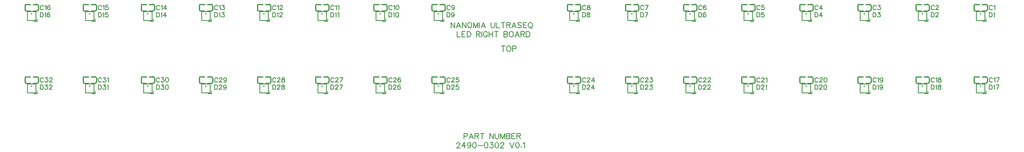
<source format=gto>
G04 Layer: TopSilkscreenLayer*
G04 EasyEDA v6.5.34, 2023-08-10 19:30:07*
G04 4c2b3f1c2568491fb8cb17246f5809ed,5a6b42c53f6a479593ecc07194224c93,10*
G04 Gerber Generator version 0.2*
G04 Scale: 100 percent, Rotated: No, Reflected: No *
G04 Dimensions in millimeters *
G04 leading zeros omitted , absolute positions ,4 integer and 5 decimal *
%FSLAX45Y45*%
%MOMM*%

%ADD10C,0.2032*%
%ADD11C,0.1524*%
%ADD12C,0.2540*%
%ADD13C,0.1270*%

%LPD*%
D10*
X33045400Y7537958D02*
G01*
X33045400Y7423404D01*
X33045400Y7537958D02*
G01*
X33121854Y7423404D01*
X33121854Y7537958D02*
G01*
X33121854Y7423404D01*
X33201356Y7537958D02*
G01*
X33157668Y7423404D01*
X33201356Y7537958D02*
G01*
X33245043Y7423404D01*
X33174177Y7461504D02*
G01*
X33228788Y7461504D01*
X33281111Y7537958D02*
G01*
X33281111Y7423404D01*
X33281111Y7537958D02*
G01*
X33357311Y7423404D01*
X33357311Y7537958D02*
G01*
X33357311Y7423404D01*
X33426145Y7537958D02*
G01*
X33415224Y7532370D01*
X33404302Y7521447D01*
X33398968Y7510526D01*
X33393379Y7494270D01*
X33393379Y7467092D01*
X33398968Y7450581D01*
X33404302Y7439660D01*
X33415224Y7428737D01*
X33426145Y7423404D01*
X33447990Y7423404D01*
X33458911Y7428737D01*
X33469834Y7439660D01*
X33475168Y7450581D01*
X33480756Y7467092D01*
X33480756Y7494270D01*
X33475168Y7510526D01*
X33469834Y7521447D01*
X33458911Y7532370D01*
X33447990Y7537958D01*
X33426145Y7537958D01*
X33516570Y7537958D02*
G01*
X33516570Y7423404D01*
X33516570Y7537958D02*
G01*
X33560258Y7423404D01*
X33603946Y7537958D02*
G01*
X33560258Y7423404D01*
X33603946Y7537958D02*
G01*
X33603946Y7423404D01*
X33640013Y7537958D02*
G01*
X33640013Y7423404D01*
X33719516Y7537958D02*
G01*
X33675827Y7423404D01*
X33719516Y7537958D02*
G01*
X33763204Y7423404D01*
X33692338Y7461504D02*
G01*
X33746948Y7461504D01*
X33883091Y7537958D02*
G01*
X33883091Y7456170D01*
X33888679Y7439660D01*
X33899602Y7428737D01*
X33915858Y7423404D01*
X33926779Y7423404D01*
X33943290Y7428737D01*
X33954211Y7439660D01*
X33959546Y7456170D01*
X33959546Y7537958D01*
X33995613Y7537958D02*
G01*
X33995613Y7423404D01*
X33995613Y7423404D02*
G01*
X34061146Y7423404D01*
X34135313Y7537958D02*
G01*
X34135313Y7423404D01*
X34096959Y7537958D02*
G01*
X34173413Y7537958D01*
X34209482Y7537958D02*
G01*
X34209482Y7423404D01*
X34209482Y7537958D02*
G01*
X34258504Y7537958D01*
X34274759Y7532370D01*
X34280348Y7527036D01*
X34285682Y7516113D01*
X34285682Y7505192D01*
X34280348Y7494270D01*
X34274759Y7488681D01*
X34258504Y7483347D01*
X34209482Y7483347D01*
X34247582Y7483347D02*
G01*
X34285682Y7423404D01*
X34365438Y7537958D02*
G01*
X34321750Y7423404D01*
X34365438Y7537958D02*
G01*
X34409125Y7423404D01*
X34338006Y7461504D02*
G01*
X34392616Y7461504D01*
X34521393Y7521447D02*
G01*
X34510472Y7532370D01*
X34494216Y7537958D01*
X34472372Y7537958D01*
X34455861Y7532370D01*
X34444940Y7521447D01*
X34444940Y7510526D01*
X34450527Y7499604D01*
X34455861Y7494270D01*
X34466784Y7488681D01*
X34499550Y7478013D01*
X34510472Y7472426D01*
X34516059Y7467092D01*
X34521393Y7456170D01*
X34521393Y7439660D01*
X34510472Y7428737D01*
X34494216Y7423404D01*
X34472372Y7423404D01*
X34455861Y7428737D01*
X34444940Y7439660D01*
X34557461Y7537958D02*
G01*
X34557461Y7423404D01*
X34557461Y7537958D02*
G01*
X34628327Y7537958D01*
X34557461Y7483347D02*
G01*
X34601150Y7483347D01*
X34557461Y7423404D02*
G01*
X34628327Y7423404D01*
X34696908Y7537958D02*
G01*
X34686240Y7532370D01*
X34675318Y7521447D01*
X34669729Y7510526D01*
X34664396Y7494270D01*
X34664396Y7467092D01*
X34669729Y7450581D01*
X34675318Y7439660D01*
X34686240Y7428737D01*
X34696908Y7423404D01*
X34718752Y7423404D01*
X34729674Y7428737D01*
X34740596Y7439660D01*
X34746184Y7450581D01*
X34751518Y7467092D01*
X34751518Y7494270D01*
X34746184Y7510526D01*
X34740596Y7521447D01*
X34729674Y7532370D01*
X34718752Y7537958D01*
X34696908Y7537958D01*
X34713418Y7445247D02*
G01*
X34746184Y7412481D01*
X33172400Y7347458D02*
G01*
X33172400Y7232904D01*
X33172400Y7232904D02*
G01*
X33237932Y7232904D01*
X33273745Y7347458D02*
G01*
X33273745Y7232904D01*
X33273745Y7347458D02*
G01*
X33344865Y7347458D01*
X33273745Y7292847D02*
G01*
X33317434Y7292847D01*
X33273745Y7232904D02*
G01*
X33344865Y7232904D01*
X33380679Y7347458D02*
G01*
X33380679Y7232904D01*
X33380679Y7347458D02*
G01*
X33419034Y7347458D01*
X33435290Y7341870D01*
X33446211Y7330947D01*
X33451545Y7320026D01*
X33457134Y7303770D01*
X33457134Y7276592D01*
X33451545Y7260081D01*
X33446211Y7249160D01*
X33435290Y7238237D01*
X33419034Y7232904D01*
X33380679Y7232904D01*
X33577022Y7347458D02*
G01*
X33577022Y7232904D01*
X33577022Y7347458D02*
G01*
X33626298Y7347458D01*
X33642554Y7341870D01*
X33648141Y7336536D01*
X33653475Y7325613D01*
X33653475Y7314692D01*
X33648141Y7303770D01*
X33642554Y7298181D01*
X33626298Y7292847D01*
X33577022Y7292847D01*
X33615375Y7292847D02*
G01*
X33653475Y7232904D01*
X33689543Y7347458D02*
G01*
X33689543Y7232904D01*
X33807400Y7320026D02*
G01*
X33801811Y7330947D01*
X33790890Y7341870D01*
X33779968Y7347458D01*
X33758124Y7347458D01*
X33747202Y7341870D01*
X33736279Y7330947D01*
X33730946Y7320026D01*
X33725611Y7303770D01*
X33725611Y7276592D01*
X33730946Y7260081D01*
X33736279Y7249160D01*
X33747202Y7238237D01*
X33758124Y7232904D01*
X33779968Y7232904D01*
X33790890Y7238237D01*
X33801811Y7249160D01*
X33807400Y7260081D01*
X33807400Y7276592D01*
X33779968Y7276592D02*
G01*
X33807400Y7276592D01*
X33843213Y7347458D02*
G01*
X33843213Y7232904D01*
X33919668Y7347458D02*
G01*
X33919668Y7232904D01*
X33843213Y7292847D02*
G01*
X33919668Y7292847D01*
X33993836Y7347458D02*
G01*
X33993836Y7232904D01*
X33955736Y7347458D02*
G01*
X34031936Y7347458D01*
X34152077Y7347458D02*
G01*
X34152077Y7232904D01*
X34152077Y7347458D02*
G01*
X34201100Y7347458D01*
X34217609Y7341870D01*
X34222943Y7336536D01*
X34228277Y7325613D01*
X34228277Y7314692D01*
X34222943Y7303770D01*
X34217609Y7298181D01*
X34201100Y7292847D01*
X34152077Y7292847D02*
G01*
X34201100Y7292847D01*
X34217609Y7287513D01*
X34222943Y7281926D01*
X34228277Y7271004D01*
X34228277Y7254747D01*
X34222943Y7243826D01*
X34217609Y7238237D01*
X34201100Y7232904D01*
X34152077Y7232904D01*
X34297111Y7347458D02*
G01*
X34286190Y7341870D01*
X34275268Y7330947D01*
X34269934Y7320026D01*
X34264346Y7303770D01*
X34264346Y7276592D01*
X34269934Y7260081D01*
X34275268Y7249160D01*
X34286190Y7238237D01*
X34297111Y7232904D01*
X34318956Y7232904D01*
X34329877Y7238237D01*
X34340800Y7249160D01*
X34346134Y7260081D01*
X34351722Y7276592D01*
X34351722Y7303770D01*
X34346134Y7320026D01*
X34340800Y7330947D01*
X34329877Y7341870D01*
X34318956Y7347458D01*
X34297111Y7347458D01*
X34431224Y7347458D02*
G01*
X34387790Y7232904D01*
X34431224Y7347458D02*
G01*
X34474911Y7232904D01*
X34404046Y7271004D02*
G01*
X34458656Y7271004D01*
X34510979Y7347458D02*
G01*
X34510979Y7232904D01*
X34510979Y7347458D02*
G01*
X34560002Y7347458D01*
X34576511Y7341870D01*
X34581846Y7336536D01*
X34587179Y7325613D01*
X34587179Y7314692D01*
X34581846Y7303770D01*
X34576511Y7298181D01*
X34560002Y7292847D01*
X34510979Y7292847D01*
X34549079Y7292847D02*
G01*
X34587179Y7232904D01*
X34623248Y7347458D02*
G01*
X34623248Y7232904D01*
X34623248Y7347458D02*
G01*
X34661602Y7347458D01*
X34677858Y7341870D01*
X34688779Y7330947D01*
X34694113Y7320026D01*
X34699702Y7303770D01*
X34699702Y7276592D01*
X34694113Y7260081D01*
X34688779Y7249160D01*
X34677858Y7238237D01*
X34661602Y7232904D01*
X34623248Y7232904D01*
X34137600Y7042658D02*
G01*
X34137600Y6928104D01*
X34099500Y7042658D02*
G01*
X34175954Y7042658D01*
X34244534Y7042658D02*
G01*
X34233611Y7037070D01*
X34222690Y7026147D01*
X34217356Y7015226D01*
X34211768Y6998970D01*
X34211768Y6971792D01*
X34217356Y6955281D01*
X34222690Y6944360D01*
X34233611Y6933437D01*
X34244534Y6928104D01*
X34266377Y6928104D01*
X34277300Y6933437D01*
X34288222Y6944360D01*
X34293556Y6955281D01*
X34299143Y6971792D01*
X34299143Y6998970D01*
X34293556Y7015226D01*
X34288222Y7026147D01*
X34277300Y7037070D01*
X34266377Y7042658D01*
X34244534Y7042658D01*
X34335211Y7042658D02*
G01*
X34335211Y6928104D01*
X34335211Y7042658D02*
G01*
X34384234Y7042658D01*
X34400490Y7037070D01*
X34406077Y7031736D01*
X34411411Y7020813D01*
X34411411Y7004304D01*
X34406077Y6993381D01*
X34400490Y6988047D01*
X34384234Y6982713D01*
X34335211Y6982713D01*
X33312100Y5201132D02*
G01*
X33312100Y5086578D01*
X33312100Y5201132D02*
G01*
X33361122Y5201132D01*
X33377632Y5195544D01*
X33382965Y5190210D01*
X33388554Y5179288D01*
X33388554Y5162778D01*
X33382965Y5151856D01*
X33377632Y5146522D01*
X33361122Y5141188D01*
X33312100Y5141188D01*
X33468056Y5201132D02*
G01*
X33424368Y5086578D01*
X33468056Y5201132D02*
G01*
X33511743Y5086578D01*
X33440877Y5124678D02*
G01*
X33495488Y5124678D01*
X33547811Y5201132D02*
G01*
X33547811Y5086578D01*
X33547811Y5201132D02*
G01*
X33596834Y5201132D01*
X33613090Y5195544D01*
X33618677Y5190210D01*
X33624011Y5179288D01*
X33624011Y5168366D01*
X33618677Y5157444D01*
X33613090Y5151856D01*
X33596834Y5146522D01*
X33547811Y5146522D01*
X33585911Y5146522D02*
G01*
X33624011Y5086578D01*
X33698179Y5201132D02*
G01*
X33698179Y5086578D01*
X33660079Y5201132D02*
G01*
X33736534Y5201132D01*
X33856422Y5201132D02*
G01*
X33856422Y5086578D01*
X33856422Y5201132D02*
G01*
X33932875Y5086578D01*
X33932875Y5201132D02*
G01*
X33932875Y5086578D01*
X33968943Y5201132D02*
G01*
X33968943Y5119344D01*
X33974277Y5102834D01*
X33985200Y5091912D01*
X34001456Y5086578D01*
X34012377Y5086578D01*
X34028888Y5091912D01*
X34039809Y5102834D01*
X34045143Y5119344D01*
X34045143Y5201132D01*
X34081211Y5201132D02*
G01*
X34081211Y5086578D01*
X34081211Y5201132D02*
G01*
X34124900Y5086578D01*
X34168588Y5201132D02*
G01*
X34124900Y5086578D01*
X34168588Y5201132D02*
G01*
X34168588Y5086578D01*
X34204402Y5201132D02*
G01*
X34204402Y5086578D01*
X34204402Y5201132D02*
G01*
X34253677Y5201132D01*
X34269934Y5195544D01*
X34275268Y5190210D01*
X34280856Y5179288D01*
X34280856Y5168366D01*
X34275268Y5157444D01*
X34269934Y5151856D01*
X34253677Y5146522D01*
X34204402Y5146522D02*
G01*
X34253677Y5146522D01*
X34269934Y5141188D01*
X34275268Y5135600D01*
X34280856Y5124678D01*
X34280856Y5108422D01*
X34275268Y5097500D01*
X34269934Y5091912D01*
X34253677Y5086578D01*
X34204402Y5086578D01*
X34316924Y5201132D02*
G01*
X34316924Y5086578D01*
X34316924Y5201132D02*
G01*
X34387790Y5201132D01*
X34316924Y5146522D02*
G01*
X34360358Y5146522D01*
X34316924Y5086578D02*
G01*
X34387790Y5086578D01*
X34423858Y5201132D02*
G01*
X34423858Y5086578D01*
X34423858Y5201132D02*
G01*
X34472879Y5201132D01*
X34489136Y5195544D01*
X34494724Y5190210D01*
X34500058Y5179288D01*
X34500058Y5168366D01*
X34494724Y5157444D01*
X34489136Y5151856D01*
X34472879Y5146522D01*
X34423858Y5146522D01*
X34461958Y5146522D02*
G01*
X34500058Y5086578D01*
X33165034Y4983226D02*
G01*
X33165034Y4988813D01*
X33170622Y4999736D01*
X33175956Y5005070D01*
X33186877Y5010657D01*
X33208722Y5010657D01*
X33219643Y5005070D01*
X33225232Y4999736D01*
X33230565Y4988813D01*
X33230565Y4977892D01*
X33225232Y4966970D01*
X33214309Y4950713D01*
X33159700Y4896104D01*
X33236154Y4896104D01*
X33326577Y5010657D02*
G01*
X33271968Y4934204D01*
X33353756Y4934204D01*
X33326577Y5010657D02*
G01*
X33326577Y4896104D01*
X33460690Y4972304D02*
G01*
X33455356Y4956047D01*
X33444434Y4945126D01*
X33428177Y4939792D01*
X33422590Y4939792D01*
X33406334Y4945126D01*
X33395411Y4956047D01*
X33389824Y4972304D01*
X33389824Y4977892D01*
X33395411Y4994147D01*
X33406334Y5005070D01*
X33422590Y5010657D01*
X33428177Y5010657D01*
X33444434Y5005070D01*
X33455356Y4994147D01*
X33460690Y4972304D01*
X33460690Y4945126D01*
X33455356Y4917947D01*
X33444434Y4901437D01*
X33428177Y4896104D01*
X33417256Y4896104D01*
X33400745Y4901437D01*
X33395411Y4912360D01*
X33529524Y5010657D02*
G01*
X33513268Y5005070D01*
X33502345Y4988813D01*
X33496758Y4961381D01*
X33496758Y4945126D01*
X33502345Y4917947D01*
X33513268Y4901437D01*
X33529524Y4896104D01*
X33540445Y4896104D01*
X33556702Y4901437D01*
X33567624Y4917947D01*
X33573211Y4945126D01*
X33573211Y4961381D01*
X33567624Y4988813D01*
X33556702Y5005070D01*
X33540445Y5010657D01*
X33529524Y5010657D01*
X33609279Y4945126D02*
G01*
X33707324Y4945126D01*
X33776158Y5010657D02*
G01*
X33759648Y5005070D01*
X33748725Y4988813D01*
X33743391Y4961381D01*
X33743391Y4945126D01*
X33748725Y4917947D01*
X33759648Y4901437D01*
X33776158Y4896104D01*
X33787079Y4896104D01*
X33803336Y4901437D01*
X33814258Y4917947D01*
X33819591Y4945126D01*
X33819591Y4961381D01*
X33814258Y4988813D01*
X33803336Y5005070D01*
X33787079Y5010657D01*
X33776158Y5010657D01*
X33866582Y5010657D02*
G01*
X33926525Y5010657D01*
X33893759Y4966970D01*
X33910270Y4966970D01*
X33921191Y4961381D01*
X33926525Y4956047D01*
X33932113Y4939792D01*
X33932113Y4928870D01*
X33926525Y4912360D01*
X33915604Y4901437D01*
X33899348Y4896104D01*
X33883091Y4896104D01*
X33866582Y4901437D01*
X33861248Y4907026D01*
X33855659Y4917947D01*
X34000693Y5010657D02*
G01*
X33984438Y5005070D01*
X33973516Y4988813D01*
X33968182Y4961381D01*
X33968182Y4945126D01*
X33973516Y4917947D01*
X33984438Y4901437D01*
X34000693Y4896104D01*
X34011616Y4896104D01*
X34028125Y4901437D01*
X34039048Y4917947D01*
X34044382Y4945126D01*
X34044382Y4961381D01*
X34039048Y4988813D01*
X34028125Y5005070D01*
X34011616Y5010657D01*
X34000693Y5010657D01*
X34085784Y4983226D02*
G01*
X34085784Y4988813D01*
X34091372Y4999736D01*
X34096706Y5005070D01*
X34107627Y5010657D01*
X34129472Y5010657D01*
X34140393Y5005070D01*
X34145982Y4999736D01*
X34151316Y4988813D01*
X34151316Y4977892D01*
X34145982Y4966970D01*
X34135059Y4950713D01*
X34080450Y4896104D01*
X34156904Y4896104D01*
X34276791Y5010657D02*
G01*
X34320479Y4896104D01*
X34364168Y5010657D02*
G01*
X34320479Y4896104D01*
X34432748Y5010657D02*
G01*
X34416491Y5005070D01*
X34405570Y4988813D01*
X34399982Y4961381D01*
X34399982Y4945126D01*
X34405570Y4917947D01*
X34416491Y4901437D01*
X34432748Y4896104D01*
X34443670Y4896104D01*
X34460179Y4901437D01*
X34470848Y4917947D01*
X34476436Y4945126D01*
X34476436Y4961381D01*
X34470848Y4988813D01*
X34460179Y5005070D01*
X34443670Y5010657D01*
X34432748Y5010657D01*
X34517838Y4923281D02*
G01*
X34512504Y4917947D01*
X34517838Y4912360D01*
X34523425Y4917947D01*
X34517838Y4923281D01*
X34559240Y4988813D02*
G01*
X34570161Y4994147D01*
X34586672Y5010657D01*
X34586672Y4896104D01*
D11*
X44403789Y7876034D02*
G01*
X44399217Y7885178D01*
X44390327Y7894068D01*
X44381183Y7898640D01*
X44362895Y7898640D01*
X44354005Y7894068D01*
X44344861Y7885178D01*
X44340289Y7876034D01*
X44335717Y7862318D01*
X44335717Y7839712D01*
X44340289Y7825996D01*
X44344861Y7816852D01*
X44354005Y7807708D01*
X44362895Y7803136D01*
X44381183Y7803136D01*
X44390327Y7807708D01*
X44399217Y7816852D01*
X44403789Y7825996D01*
X44433761Y7880606D02*
G01*
X44442905Y7885178D01*
X44456621Y7898640D01*
X44456621Y7803136D01*
X44335776Y7746390D02*
G01*
X44335776Y7650886D01*
X44335776Y7746390D02*
G01*
X44367526Y7746390D01*
X44381242Y7741818D01*
X44390132Y7732674D01*
X44394704Y7723530D01*
X44399276Y7710068D01*
X44399276Y7687208D01*
X44394704Y7673492D01*
X44390132Y7664602D01*
X44381242Y7655458D01*
X44367526Y7650886D01*
X44335776Y7650886D01*
X44429248Y7728102D02*
G01*
X44438392Y7732674D01*
X44452108Y7746390D01*
X44452108Y7650886D01*
X43116416Y7746240D02*
G01*
X43116416Y7650736D01*
X43116416Y7746240D02*
G01*
X43148420Y7746240D01*
X43161882Y7741668D01*
X43171026Y7732778D01*
X43175598Y7723634D01*
X43180170Y7709918D01*
X43180170Y7687312D01*
X43175598Y7673596D01*
X43171026Y7664452D01*
X43161882Y7655308D01*
X43148420Y7650736D01*
X43116416Y7650736D01*
X43214714Y7723634D02*
G01*
X43214714Y7728206D01*
X43219286Y7737096D01*
X43223858Y7741668D01*
X43232748Y7746240D01*
X43251036Y7746240D01*
X43260180Y7741668D01*
X43264752Y7737096D01*
X43269324Y7728206D01*
X43269324Y7719062D01*
X43264752Y7709918D01*
X43255608Y7696202D01*
X43210142Y7650736D01*
X43273896Y7650736D01*
X43184589Y7876034D02*
G01*
X43180017Y7885178D01*
X43171127Y7894068D01*
X43161983Y7898640D01*
X43143695Y7898640D01*
X43134551Y7894068D01*
X43125661Y7885178D01*
X43121089Y7876034D01*
X43116517Y7862318D01*
X43116517Y7839712D01*
X43121089Y7825996D01*
X43125661Y7816852D01*
X43134551Y7807708D01*
X43143695Y7803136D01*
X43161983Y7803136D01*
X43171127Y7807708D01*
X43180017Y7816852D01*
X43184589Y7825996D01*
X43219133Y7876034D02*
G01*
X43219133Y7880606D01*
X43223705Y7889496D01*
X43228277Y7894068D01*
X43237421Y7898640D01*
X43255455Y7898640D01*
X43264599Y7894068D01*
X43269171Y7889496D01*
X43273743Y7880606D01*
X43273743Y7871462D01*
X43269171Y7862318D01*
X43260027Y7848602D01*
X43214561Y7803136D01*
X43278315Y7803136D01*
X41965389Y7876034D02*
G01*
X41960817Y7885178D01*
X41951927Y7894068D01*
X41942783Y7898640D01*
X41924495Y7898640D01*
X41915351Y7894068D01*
X41906461Y7885178D01*
X41901889Y7876034D01*
X41897317Y7862318D01*
X41897317Y7839712D01*
X41901889Y7825996D01*
X41906461Y7816852D01*
X41915351Y7807708D01*
X41924495Y7803136D01*
X41942783Y7803136D01*
X41951927Y7807708D01*
X41960817Y7816852D01*
X41965389Y7825996D01*
X42004505Y7898640D02*
G01*
X42054543Y7898640D01*
X42027365Y7862318D01*
X42040827Y7862318D01*
X42049971Y7857746D01*
X42054543Y7853174D01*
X42059115Y7839712D01*
X42059115Y7830568D01*
X42054543Y7816852D01*
X42045399Y7807708D01*
X42031937Y7803136D01*
X42018221Y7803136D01*
X42004505Y7807708D01*
X41999933Y7812280D01*
X41995361Y7821424D01*
X41897317Y7746240D02*
G01*
X41897317Y7650736D01*
X41897317Y7746240D02*
G01*
X41929067Y7746240D01*
X41942783Y7741668D01*
X41951927Y7732778D01*
X41956499Y7723634D01*
X41960817Y7709918D01*
X41960817Y7687312D01*
X41956499Y7673596D01*
X41951927Y7664452D01*
X41942783Y7655308D01*
X41929067Y7650736D01*
X41897317Y7650736D01*
X41999933Y7746240D02*
G01*
X42049971Y7746240D01*
X42022793Y7709918D01*
X42036509Y7709918D01*
X42045399Y7705346D01*
X42049971Y7700774D01*
X42054543Y7687312D01*
X42054543Y7678168D01*
X42049971Y7664452D01*
X42040827Y7655308D01*
X42027365Y7650736D01*
X42013649Y7650736D01*
X41999933Y7655308D01*
X41995361Y7659880D01*
X41991043Y7669024D01*
X40746189Y7876034D02*
G01*
X40741617Y7885178D01*
X40732727Y7894068D01*
X40723583Y7898640D01*
X40705295Y7898640D01*
X40696151Y7894068D01*
X40687261Y7885178D01*
X40682689Y7876034D01*
X40678117Y7862318D01*
X40678117Y7839712D01*
X40682689Y7825996D01*
X40687261Y7816852D01*
X40696151Y7807708D01*
X40705295Y7803136D01*
X40723583Y7803136D01*
X40732727Y7807708D01*
X40741617Y7816852D01*
X40746189Y7825996D01*
X40821627Y7898640D02*
G01*
X40776161Y7835140D01*
X40844487Y7835140D01*
X40821627Y7898640D02*
G01*
X40821627Y7803136D01*
X40678117Y7746240D02*
G01*
X40678117Y7650736D01*
X40678117Y7746240D02*
G01*
X40709867Y7746240D01*
X40723583Y7741668D01*
X40732727Y7732778D01*
X40737299Y7723634D01*
X40741617Y7709918D01*
X40741617Y7687312D01*
X40737299Y7673596D01*
X40732727Y7664452D01*
X40723583Y7655308D01*
X40709867Y7650736D01*
X40678117Y7650736D01*
X40817309Y7746240D02*
G01*
X40771843Y7682740D01*
X40839915Y7682740D01*
X40817309Y7746240D02*
G01*
X40817309Y7650736D01*
X39526989Y7876034D02*
G01*
X39522417Y7885178D01*
X39513527Y7894068D01*
X39504383Y7898640D01*
X39486095Y7898640D01*
X39476951Y7894068D01*
X39468061Y7885178D01*
X39463489Y7876034D01*
X39458917Y7862318D01*
X39458917Y7839712D01*
X39463489Y7825996D01*
X39468061Y7816852D01*
X39476951Y7807708D01*
X39486095Y7803136D01*
X39504383Y7803136D01*
X39513527Y7807708D01*
X39522417Y7816852D01*
X39526989Y7825996D01*
X39611571Y7898640D02*
G01*
X39566105Y7898640D01*
X39561533Y7857746D01*
X39566105Y7862318D01*
X39579821Y7866890D01*
X39593537Y7866890D01*
X39606999Y7862318D01*
X39616143Y7853174D01*
X39620715Y7839712D01*
X39620715Y7830568D01*
X39616143Y7816852D01*
X39606999Y7807708D01*
X39593537Y7803136D01*
X39579821Y7803136D01*
X39566105Y7807708D01*
X39561533Y7812280D01*
X39556961Y7821424D01*
X39458917Y7746240D02*
G01*
X39458917Y7650736D01*
X39458917Y7746240D02*
G01*
X39490667Y7746240D01*
X39504383Y7741668D01*
X39513527Y7732778D01*
X39518099Y7723634D01*
X39522417Y7709918D01*
X39522417Y7687312D01*
X39518099Y7673596D01*
X39513527Y7664452D01*
X39504383Y7655308D01*
X39490667Y7650736D01*
X39458917Y7650736D01*
X39606999Y7746240D02*
G01*
X39561533Y7746240D01*
X39556961Y7705346D01*
X39561533Y7709918D01*
X39575249Y7714490D01*
X39588965Y7714490D01*
X39602427Y7709918D01*
X39611571Y7700774D01*
X39616143Y7687312D01*
X39616143Y7678168D01*
X39611571Y7664452D01*
X39602427Y7655308D01*
X39588965Y7650736D01*
X39575249Y7650736D01*
X39561533Y7655308D01*
X39556961Y7659880D01*
X39552643Y7669024D01*
X38307789Y7876034D02*
G01*
X38303217Y7885178D01*
X38294327Y7894068D01*
X38285183Y7898640D01*
X38266895Y7898640D01*
X38257751Y7894068D01*
X38248861Y7885178D01*
X38244289Y7876034D01*
X38239717Y7862318D01*
X38239717Y7839712D01*
X38244289Y7825996D01*
X38248861Y7816852D01*
X38257751Y7807708D01*
X38266895Y7803136D01*
X38285183Y7803136D01*
X38294327Y7807708D01*
X38303217Y7816852D01*
X38307789Y7825996D01*
X38392371Y7885178D02*
G01*
X38387799Y7894068D01*
X38374337Y7898640D01*
X38365193Y7898640D01*
X38351477Y7894068D01*
X38342333Y7880606D01*
X38337761Y7857746D01*
X38337761Y7835140D01*
X38342333Y7816852D01*
X38351477Y7807708D01*
X38365193Y7803136D01*
X38369765Y7803136D01*
X38383227Y7807708D01*
X38392371Y7816852D01*
X38396943Y7830568D01*
X38396943Y7835140D01*
X38392371Y7848602D01*
X38383227Y7857746D01*
X38369765Y7862318D01*
X38365193Y7862318D01*
X38351477Y7857746D01*
X38342333Y7848602D01*
X38337761Y7835140D01*
X38239717Y7746240D02*
G01*
X38239717Y7650736D01*
X38239717Y7746240D02*
G01*
X38271467Y7746240D01*
X38285183Y7741668D01*
X38294327Y7732778D01*
X38298899Y7723634D01*
X38303217Y7709918D01*
X38303217Y7687312D01*
X38298899Y7673596D01*
X38294327Y7664452D01*
X38285183Y7655308D01*
X38271467Y7650736D01*
X38239717Y7650736D01*
X38387799Y7732778D02*
G01*
X38383227Y7741668D01*
X38369765Y7746240D01*
X38360621Y7746240D01*
X38346905Y7741668D01*
X38337761Y7728206D01*
X38333443Y7705346D01*
X38333443Y7682740D01*
X38337761Y7664452D01*
X38346905Y7655308D01*
X38360621Y7650736D01*
X38365193Y7650736D01*
X38378909Y7655308D01*
X38387799Y7664452D01*
X38392371Y7678168D01*
X38392371Y7682740D01*
X38387799Y7696202D01*
X38378909Y7705346D01*
X38365193Y7709918D01*
X38360621Y7709918D01*
X38346905Y7705346D01*
X38337761Y7696202D01*
X38333443Y7682740D01*
X37088589Y7876034D02*
G01*
X37084017Y7885178D01*
X37075127Y7894068D01*
X37065983Y7898640D01*
X37047695Y7898640D01*
X37038551Y7894068D01*
X37029661Y7885178D01*
X37025089Y7876034D01*
X37020517Y7862318D01*
X37020517Y7839712D01*
X37025089Y7825996D01*
X37029661Y7816852D01*
X37038551Y7807708D01*
X37047695Y7803136D01*
X37065983Y7803136D01*
X37075127Y7807708D01*
X37084017Y7816852D01*
X37088589Y7825996D01*
X37182315Y7898640D02*
G01*
X37136849Y7803136D01*
X37118561Y7898640D02*
G01*
X37182315Y7898640D01*
X37020517Y7746240D02*
G01*
X37020517Y7650736D01*
X37020517Y7746240D02*
G01*
X37052267Y7746240D01*
X37065983Y7741668D01*
X37075127Y7732778D01*
X37079699Y7723634D01*
X37084017Y7709918D01*
X37084017Y7687312D01*
X37079699Y7673596D01*
X37075127Y7664452D01*
X37065983Y7655308D01*
X37052267Y7650736D01*
X37020517Y7650736D01*
X37177743Y7746240D02*
G01*
X37132277Y7650736D01*
X37114243Y7746240D02*
G01*
X37177743Y7746240D01*
X35869389Y7876034D02*
G01*
X35864817Y7885178D01*
X35855927Y7894068D01*
X35846783Y7898640D01*
X35828495Y7898640D01*
X35819351Y7894068D01*
X35810461Y7885178D01*
X35805889Y7876034D01*
X35801317Y7862318D01*
X35801317Y7839712D01*
X35805889Y7825996D01*
X35810461Y7816852D01*
X35819351Y7807708D01*
X35828495Y7803136D01*
X35846783Y7803136D01*
X35855927Y7807708D01*
X35864817Y7816852D01*
X35869389Y7825996D01*
X35922221Y7898640D02*
G01*
X35908505Y7894068D01*
X35903933Y7885178D01*
X35903933Y7876034D01*
X35908505Y7866890D01*
X35917649Y7862318D01*
X35935937Y7857746D01*
X35949399Y7853174D01*
X35958543Y7844284D01*
X35963115Y7835140D01*
X35963115Y7821424D01*
X35958543Y7812280D01*
X35953971Y7807708D01*
X35940255Y7803136D01*
X35922221Y7803136D01*
X35908505Y7807708D01*
X35903933Y7812280D01*
X35899361Y7821424D01*
X35899361Y7835140D01*
X35903933Y7844284D01*
X35913077Y7853174D01*
X35926793Y7857746D01*
X35944827Y7862318D01*
X35953971Y7866890D01*
X35958543Y7876034D01*
X35958543Y7885178D01*
X35953971Y7894068D01*
X35940255Y7898640D01*
X35922221Y7898640D01*
X35801317Y7746240D02*
G01*
X35801317Y7650736D01*
X35801317Y7746240D02*
G01*
X35833067Y7746240D01*
X35846783Y7741668D01*
X35855927Y7732778D01*
X35860499Y7723634D01*
X35864817Y7709918D01*
X35864817Y7687312D01*
X35860499Y7673596D01*
X35855927Y7664452D01*
X35846783Y7655308D01*
X35833067Y7650736D01*
X35801317Y7650736D01*
X35917649Y7746240D02*
G01*
X35903933Y7741668D01*
X35899361Y7732778D01*
X35899361Y7723634D01*
X35903933Y7714490D01*
X35913077Y7709918D01*
X35931365Y7705346D01*
X35944827Y7700774D01*
X35953971Y7691884D01*
X35958543Y7682740D01*
X35958543Y7669024D01*
X35953971Y7659880D01*
X35949399Y7655308D01*
X35935937Y7650736D01*
X35917649Y7650736D01*
X35903933Y7655308D01*
X35899361Y7659880D01*
X35895043Y7669024D01*
X35895043Y7682740D01*
X35899361Y7691884D01*
X35908505Y7700774D01*
X35922221Y7705346D01*
X35940509Y7709918D01*
X35949399Y7714490D01*
X35953971Y7723634D01*
X35953971Y7732778D01*
X35949399Y7741668D01*
X35935937Y7746240D01*
X35917649Y7746240D01*
X33024589Y7876034D02*
G01*
X33020017Y7885178D01*
X33011127Y7894068D01*
X33001983Y7898640D01*
X32983695Y7898640D01*
X32974551Y7894068D01*
X32965661Y7885178D01*
X32961089Y7876034D01*
X32956517Y7862318D01*
X32956517Y7839712D01*
X32961089Y7825996D01*
X32965661Y7816852D01*
X32974551Y7807708D01*
X32983695Y7803136D01*
X33001983Y7803136D01*
X33011127Y7807708D01*
X33020017Y7816852D01*
X33024589Y7825996D01*
X33113743Y7866890D02*
G01*
X33109171Y7853174D01*
X33100027Y7844284D01*
X33086565Y7839712D01*
X33081993Y7839712D01*
X33068277Y7844284D01*
X33059133Y7853174D01*
X33054561Y7866890D01*
X33054561Y7871462D01*
X33059133Y7885178D01*
X33068277Y7894068D01*
X33081993Y7898640D01*
X33086565Y7898640D01*
X33100027Y7894068D01*
X33109171Y7885178D01*
X33113743Y7866890D01*
X33113743Y7844284D01*
X33109171Y7821424D01*
X33100027Y7807708D01*
X33086565Y7803136D01*
X33077421Y7803136D01*
X33063705Y7807708D01*
X33059133Y7816852D01*
X32956517Y7746240D02*
G01*
X32956517Y7650736D01*
X32956517Y7746240D02*
G01*
X32988267Y7746240D01*
X33001983Y7741668D01*
X33011127Y7732778D01*
X33015699Y7723634D01*
X33020017Y7709918D01*
X33020017Y7687312D01*
X33015699Y7673596D01*
X33011127Y7664452D01*
X33001983Y7655308D01*
X32988267Y7650736D01*
X32956517Y7650736D01*
X33109171Y7714490D02*
G01*
X33104599Y7700774D01*
X33095709Y7691884D01*
X33081993Y7687312D01*
X33077421Y7687312D01*
X33063705Y7691884D01*
X33054561Y7700774D01*
X33050243Y7714490D01*
X33050243Y7719062D01*
X33054561Y7732778D01*
X33063705Y7741668D01*
X33077421Y7746240D01*
X33081993Y7746240D01*
X33095709Y7741668D01*
X33104599Y7732778D01*
X33109171Y7714490D01*
X33109171Y7691884D01*
X33104599Y7669024D01*
X33095709Y7655308D01*
X33081993Y7650736D01*
X33072849Y7650736D01*
X33059133Y7655308D01*
X33054561Y7664452D01*
X31805389Y7876034D02*
G01*
X31800817Y7885178D01*
X31791927Y7894068D01*
X31782783Y7898640D01*
X31764495Y7898640D01*
X31755351Y7894068D01*
X31746461Y7885178D01*
X31741889Y7876034D01*
X31737317Y7862318D01*
X31737317Y7839712D01*
X31741889Y7825996D01*
X31746461Y7816852D01*
X31755351Y7807708D01*
X31764495Y7803136D01*
X31782783Y7803136D01*
X31791927Y7807708D01*
X31800817Y7816852D01*
X31805389Y7825996D01*
X31835361Y7880606D02*
G01*
X31844505Y7885178D01*
X31858221Y7898640D01*
X31858221Y7803136D01*
X31915371Y7898640D02*
G01*
X31901909Y7894068D01*
X31892765Y7880606D01*
X31888193Y7857746D01*
X31888193Y7844284D01*
X31892765Y7821424D01*
X31901909Y7807708D01*
X31915371Y7803136D01*
X31924515Y7803136D01*
X31938231Y7807708D01*
X31947375Y7821424D01*
X31951947Y7844284D01*
X31951947Y7857746D01*
X31947375Y7880606D01*
X31938231Y7894068D01*
X31924515Y7898640D01*
X31915371Y7898640D01*
X31737317Y7746240D02*
G01*
X31737317Y7650736D01*
X31737317Y7746240D02*
G01*
X31769067Y7746240D01*
X31782783Y7741668D01*
X31791927Y7732778D01*
X31796499Y7723634D01*
X31800817Y7709918D01*
X31800817Y7687312D01*
X31796499Y7673596D01*
X31791927Y7664452D01*
X31782783Y7655308D01*
X31769067Y7650736D01*
X31737317Y7650736D01*
X31831043Y7728206D02*
G01*
X31839933Y7732778D01*
X31853649Y7746240D01*
X31853649Y7650736D01*
X31911053Y7746240D02*
G01*
X31897337Y7741668D01*
X31888193Y7728206D01*
X31883621Y7705346D01*
X31883621Y7691884D01*
X31888193Y7669024D01*
X31897337Y7655308D01*
X31911053Y7650736D01*
X31919943Y7650736D01*
X31933659Y7655308D01*
X31942803Y7669024D01*
X31947375Y7691884D01*
X31947375Y7705346D01*
X31942803Y7728206D01*
X31933659Y7741668D01*
X31919943Y7746240D01*
X31911053Y7746240D01*
X30586189Y7876034D02*
G01*
X30581617Y7885178D01*
X30572727Y7894068D01*
X30563583Y7898640D01*
X30545295Y7898640D01*
X30536151Y7894068D01*
X30527261Y7885178D01*
X30522689Y7876034D01*
X30518117Y7862318D01*
X30518117Y7839712D01*
X30522689Y7825996D01*
X30527261Y7816852D01*
X30536151Y7807708D01*
X30545295Y7803136D01*
X30563583Y7803136D01*
X30572727Y7807708D01*
X30581617Y7816852D01*
X30586189Y7825996D01*
X30616161Y7880606D02*
G01*
X30625305Y7885178D01*
X30639021Y7898640D01*
X30639021Y7803136D01*
X30668993Y7880606D02*
G01*
X30678137Y7885178D01*
X30691599Y7898640D01*
X30691599Y7803136D01*
X30518117Y7746240D02*
G01*
X30518117Y7650736D01*
X30518117Y7746240D02*
G01*
X30549867Y7746240D01*
X30563583Y7741668D01*
X30572727Y7732778D01*
X30577299Y7723634D01*
X30581617Y7709918D01*
X30581617Y7687312D01*
X30577299Y7673596D01*
X30572727Y7664452D01*
X30563583Y7655308D01*
X30549867Y7650736D01*
X30518117Y7650736D01*
X30611843Y7728206D02*
G01*
X30620733Y7732778D01*
X30634449Y7746240D01*
X30634449Y7650736D01*
X30664421Y7728206D02*
G01*
X30673565Y7732778D01*
X30687281Y7746240D01*
X30687281Y7650736D01*
X29366989Y7876034D02*
G01*
X29362417Y7885178D01*
X29353527Y7894068D01*
X29344383Y7898640D01*
X29326095Y7898640D01*
X29316951Y7894068D01*
X29308061Y7885178D01*
X29303489Y7876034D01*
X29298917Y7862318D01*
X29298917Y7839712D01*
X29303489Y7825996D01*
X29308061Y7816852D01*
X29316951Y7807708D01*
X29326095Y7803136D01*
X29344383Y7803136D01*
X29353527Y7807708D01*
X29362417Y7816852D01*
X29366989Y7825996D01*
X29396961Y7880606D02*
G01*
X29406105Y7885178D01*
X29419821Y7898640D01*
X29419821Y7803136D01*
X29454365Y7876034D02*
G01*
X29454365Y7880606D01*
X29458937Y7889496D01*
X29463509Y7894068D01*
X29472399Y7898640D01*
X29490687Y7898640D01*
X29499831Y7894068D01*
X29504403Y7889496D01*
X29508975Y7880606D01*
X29508975Y7871462D01*
X29504403Y7862318D01*
X29495259Y7848602D01*
X29449793Y7803136D01*
X29513547Y7803136D01*
X29298917Y7746240D02*
G01*
X29298917Y7650736D01*
X29298917Y7746240D02*
G01*
X29330667Y7746240D01*
X29344383Y7741668D01*
X29353527Y7732778D01*
X29358099Y7723634D01*
X29362417Y7709918D01*
X29362417Y7687312D01*
X29358099Y7673596D01*
X29353527Y7664452D01*
X29344383Y7655308D01*
X29330667Y7650736D01*
X29298917Y7650736D01*
X29392643Y7728206D02*
G01*
X29401533Y7732778D01*
X29415249Y7746240D01*
X29415249Y7650736D01*
X29449793Y7723634D02*
G01*
X29449793Y7728206D01*
X29454365Y7737096D01*
X29458937Y7741668D01*
X29468081Y7746240D01*
X29486115Y7746240D01*
X29495259Y7741668D01*
X29499831Y7737096D01*
X29504403Y7728206D01*
X29504403Y7719062D01*
X29499831Y7709918D01*
X29490687Y7696202D01*
X29445221Y7650736D01*
X29508975Y7650736D01*
X28147789Y7876034D02*
G01*
X28143217Y7885178D01*
X28134327Y7894068D01*
X28125183Y7898640D01*
X28106895Y7898640D01*
X28097751Y7894068D01*
X28088861Y7885178D01*
X28084289Y7876034D01*
X28079717Y7862318D01*
X28079717Y7839712D01*
X28084289Y7825996D01*
X28088861Y7816852D01*
X28097751Y7807708D01*
X28106895Y7803136D01*
X28125183Y7803136D01*
X28134327Y7807708D01*
X28143217Y7816852D01*
X28147789Y7825996D01*
X28177761Y7880606D02*
G01*
X28186905Y7885178D01*
X28200621Y7898640D01*
X28200621Y7803136D01*
X28239737Y7898640D02*
G01*
X28289775Y7898640D01*
X28262343Y7862318D01*
X28276059Y7862318D01*
X28285203Y7857746D01*
X28289775Y7853174D01*
X28294347Y7839712D01*
X28294347Y7830568D01*
X28289775Y7816852D01*
X28280631Y7807708D01*
X28266915Y7803136D01*
X28253199Y7803136D01*
X28239737Y7807708D01*
X28235165Y7812280D01*
X28230593Y7821424D01*
X28079717Y7746240D02*
G01*
X28079717Y7650736D01*
X28079717Y7746240D02*
G01*
X28111467Y7746240D01*
X28125183Y7741668D01*
X28134327Y7732778D01*
X28138899Y7723634D01*
X28143217Y7709918D01*
X28143217Y7687312D01*
X28138899Y7673596D01*
X28134327Y7664452D01*
X28125183Y7655308D01*
X28111467Y7650736D01*
X28079717Y7650736D01*
X28173443Y7728206D02*
G01*
X28182333Y7732778D01*
X28196049Y7746240D01*
X28196049Y7650736D01*
X28235165Y7746240D02*
G01*
X28285203Y7746240D01*
X28257771Y7709918D01*
X28271487Y7709918D01*
X28280631Y7705346D01*
X28285203Y7700774D01*
X28289775Y7687312D01*
X28289775Y7678168D01*
X28285203Y7664452D01*
X28276059Y7655308D01*
X28262343Y7650736D01*
X28248881Y7650736D01*
X28235165Y7655308D01*
X28230593Y7659880D01*
X28226021Y7669024D01*
X26928589Y7876034D02*
G01*
X26924017Y7885178D01*
X26915127Y7894068D01*
X26905983Y7898640D01*
X26887695Y7898640D01*
X26878551Y7894068D01*
X26869661Y7885178D01*
X26865089Y7876034D01*
X26860517Y7862318D01*
X26860517Y7839712D01*
X26865089Y7825996D01*
X26869661Y7816852D01*
X26878551Y7807708D01*
X26887695Y7803136D01*
X26905983Y7803136D01*
X26915127Y7807708D01*
X26924017Y7816852D01*
X26928589Y7825996D01*
X26958561Y7880606D02*
G01*
X26967705Y7885178D01*
X26981421Y7898640D01*
X26981421Y7803136D01*
X27056859Y7898640D02*
G01*
X27011393Y7835140D01*
X27079465Y7835140D01*
X27056859Y7898640D02*
G01*
X27056859Y7803136D01*
X26860517Y7746240D02*
G01*
X26860517Y7650736D01*
X26860517Y7746240D02*
G01*
X26892267Y7746240D01*
X26905983Y7741668D01*
X26915127Y7732778D01*
X26919699Y7723634D01*
X26924017Y7709918D01*
X26924017Y7687312D01*
X26919699Y7673596D01*
X26915127Y7664452D01*
X26905983Y7655308D01*
X26892267Y7650736D01*
X26860517Y7650736D01*
X26954243Y7728206D02*
G01*
X26963133Y7732778D01*
X26976849Y7746240D01*
X26976849Y7650736D01*
X27052287Y7746240D02*
G01*
X27006821Y7682740D01*
X27075147Y7682740D01*
X27052287Y7746240D02*
G01*
X27052287Y7650736D01*
X25709389Y7876034D02*
G01*
X25704817Y7885178D01*
X25695927Y7894068D01*
X25686783Y7898640D01*
X25668495Y7898640D01*
X25659351Y7894068D01*
X25650461Y7885178D01*
X25645889Y7876034D01*
X25641317Y7862318D01*
X25641317Y7839712D01*
X25645889Y7825996D01*
X25650461Y7816852D01*
X25659351Y7807708D01*
X25668495Y7803136D01*
X25686783Y7803136D01*
X25695927Y7807708D01*
X25704817Y7816852D01*
X25709389Y7825996D01*
X25739361Y7880606D02*
G01*
X25748505Y7885178D01*
X25762221Y7898640D01*
X25762221Y7803136D01*
X25846803Y7898640D02*
G01*
X25801337Y7898640D01*
X25796765Y7857746D01*
X25801337Y7862318D01*
X25814799Y7866890D01*
X25828515Y7866890D01*
X25842231Y7862318D01*
X25851375Y7853174D01*
X25855947Y7839712D01*
X25855947Y7830568D01*
X25851375Y7816852D01*
X25842231Y7807708D01*
X25828515Y7803136D01*
X25814799Y7803136D01*
X25801337Y7807708D01*
X25796765Y7812280D01*
X25792193Y7821424D01*
X25641317Y7746240D02*
G01*
X25641317Y7650736D01*
X25641317Y7746240D02*
G01*
X25673067Y7746240D01*
X25686783Y7741668D01*
X25695927Y7732778D01*
X25700499Y7723634D01*
X25704817Y7709918D01*
X25704817Y7687312D01*
X25700499Y7673596D01*
X25695927Y7664452D01*
X25686783Y7655308D01*
X25673067Y7650736D01*
X25641317Y7650736D01*
X25735043Y7728206D02*
G01*
X25743933Y7732778D01*
X25757649Y7746240D01*
X25757649Y7650736D01*
X25842231Y7746240D02*
G01*
X25796765Y7746240D01*
X25792193Y7705346D01*
X25796765Y7709918D01*
X25810481Y7714490D01*
X25823943Y7714490D01*
X25837659Y7709918D01*
X25846803Y7700774D01*
X25851375Y7687312D01*
X25851375Y7678168D01*
X25846803Y7664452D01*
X25837659Y7655308D01*
X25823943Y7650736D01*
X25810481Y7650736D01*
X25796765Y7655308D01*
X25792193Y7659880D01*
X25787621Y7669024D01*
X24490189Y7876034D02*
G01*
X24485617Y7885178D01*
X24476727Y7894068D01*
X24467583Y7898640D01*
X24449295Y7898640D01*
X24440151Y7894068D01*
X24431261Y7885178D01*
X24426689Y7876034D01*
X24422117Y7862318D01*
X24422117Y7839712D01*
X24426689Y7825996D01*
X24431261Y7816852D01*
X24440151Y7807708D01*
X24449295Y7803136D01*
X24467583Y7803136D01*
X24476727Y7807708D01*
X24485617Y7816852D01*
X24490189Y7825996D01*
X24520161Y7880606D02*
G01*
X24529305Y7885178D01*
X24543021Y7898640D01*
X24543021Y7803136D01*
X24627603Y7885178D02*
G01*
X24623031Y7894068D01*
X24609315Y7898640D01*
X24600171Y7898640D01*
X24586709Y7894068D01*
X24577565Y7880606D01*
X24572993Y7857746D01*
X24572993Y7835140D01*
X24577565Y7816852D01*
X24586709Y7807708D01*
X24600171Y7803136D01*
X24604743Y7803136D01*
X24618459Y7807708D01*
X24627603Y7816852D01*
X24632175Y7830568D01*
X24632175Y7835140D01*
X24627603Y7848602D01*
X24618459Y7857746D01*
X24604743Y7862318D01*
X24600171Y7862318D01*
X24586709Y7857746D01*
X24577565Y7848602D01*
X24572993Y7835140D01*
X24422117Y7746240D02*
G01*
X24422117Y7650736D01*
X24422117Y7746240D02*
G01*
X24453867Y7746240D01*
X24467583Y7741668D01*
X24476727Y7732778D01*
X24481299Y7723634D01*
X24485617Y7709918D01*
X24485617Y7687312D01*
X24481299Y7673596D01*
X24476727Y7664452D01*
X24467583Y7655308D01*
X24453867Y7650736D01*
X24422117Y7650736D01*
X24515843Y7728206D02*
G01*
X24524733Y7732778D01*
X24538449Y7746240D01*
X24538449Y7650736D01*
X24623031Y7732778D02*
G01*
X24618459Y7741668D01*
X24604743Y7746240D01*
X24595853Y7746240D01*
X24582137Y7741668D01*
X24572993Y7728206D01*
X24568421Y7705346D01*
X24568421Y7682740D01*
X24572993Y7664452D01*
X24582137Y7655308D01*
X24595853Y7650736D01*
X24600171Y7650736D01*
X24613887Y7655308D01*
X24623031Y7664452D01*
X24627603Y7678168D01*
X24627603Y7682740D01*
X24623031Y7696202D01*
X24613887Y7705346D01*
X24600171Y7709918D01*
X24595853Y7709918D01*
X24582137Y7705346D01*
X24572993Y7696202D01*
X24568421Y7682740D01*
X44403789Y6352034D02*
G01*
X44399217Y6361178D01*
X44390327Y6370068D01*
X44381183Y6374640D01*
X44362895Y6374640D01*
X44353751Y6370068D01*
X44344861Y6361178D01*
X44340289Y6352034D01*
X44335717Y6338318D01*
X44335717Y6315712D01*
X44340289Y6301996D01*
X44344861Y6292852D01*
X44353751Y6283708D01*
X44362895Y6279136D01*
X44381183Y6279136D01*
X44390327Y6283708D01*
X44399217Y6292852D01*
X44403789Y6301996D01*
X44433761Y6356606D02*
G01*
X44442905Y6361178D01*
X44456621Y6374640D01*
X44456621Y6279136D01*
X44550347Y6374640D02*
G01*
X44504881Y6279136D01*
X44486593Y6374640D02*
G01*
X44550347Y6374640D01*
X44335717Y6222240D02*
G01*
X44335717Y6126736D01*
X44335717Y6222240D02*
G01*
X44367467Y6222240D01*
X44381183Y6217668D01*
X44390327Y6208778D01*
X44394899Y6199634D01*
X44399217Y6185918D01*
X44399217Y6163312D01*
X44394899Y6149596D01*
X44390327Y6140452D01*
X44381183Y6131308D01*
X44367467Y6126736D01*
X44335717Y6126736D01*
X44429443Y6204206D02*
G01*
X44438333Y6208778D01*
X44452049Y6222240D01*
X44452049Y6126736D01*
X44545775Y6222240D02*
G01*
X44500309Y6126736D01*
X44482021Y6222240D02*
G01*
X44545775Y6222240D01*
X43184589Y6352034D02*
G01*
X43180017Y6361178D01*
X43171127Y6370068D01*
X43161983Y6374640D01*
X43143695Y6374640D01*
X43134551Y6370068D01*
X43125661Y6361178D01*
X43121089Y6352034D01*
X43116517Y6338318D01*
X43116517Y6315712D01*
X43121089Y6301996D01*
X43125661Y6292852D01*
X43134551Y6283708D01*
X43143695Y6279136D01*
X43161983Y6279136D01*
X43171127Y6283708D01*
X43180017Y6292852D01*
X43184589Y6301996D01*
X43214561Y6356606D02*
G01*
X43223705Y6361178D01*
X43237421Y6374640D01*
X43237421Y6279136D01*
X43289999Y6374640D02*
G01*
X43276537Y6370068D01*
X43271965Y6361178D01*
X43271965Y6352034D01*
X43276537Y6342890D01*
X43285681Y6338318D01*
X43303715Y6333746D01*
X43317431Y6329174D01*
X43326575Y6320284D01*
X43331147Y6311140D01*
X43331147Y6297424D01*
X43326575Y6288280D01*
X43322003Y6283708D01*
X43308287Y6279136D01*
X43289999Y6279136D01*
X43276537Y6283708D01*
X43271965Y6288280D01*
X43267393Y6297424D01*
X43267393Y6311140D01*
X43271965Y6320284D01*
X43281109Y6329174D01*
X43294571Y6333746D01*
X43312859Y6338318D01*
X43322003Y6342890D01*
X43326575Y6352034D01*
X43326575Y6361178D01*
X43322003Y6370068D01*
X43308287Y6374640D01*
X43289999Y6374640D01*
X43116517Y6222240D02*
G01*
X43116517Y6126736D01*
X43116517Y6222240D02*
G01*
X43148267Y6222240D01*
X43161983Y6217668D01*
X43171127Y6208778D01*
X43175699Y6199634D01*
X43180017Y6185918D01*
X43180017Y6163312D01*
X43175699Y6149596D01*
X43171127Y6140452D01*
X43161983Y6131308D01*
X43148267Y6126736D01*
X43116517Y6126736D01*
X43210243Y6204206D02*
G01*
X43219133Y6208778D01*
X43232849Y6222240D01*
X43232849Y6126736D01*
X43285681Y6222240D02*
G01*
X43271965Y6217668D01*
X43267393Y6208778D01*
X43267393Y6199634D01*
X43271965Y6190490D01*
X43281109Y6185918D01*
X43299143Y6181346D01*
X43312859Y6176774D01*
X43322003Y6167884D01*
X43326575Y6158740D01*
X43326575Y6145024D01*
X43322003Y6135880D01*
X43317431Y6131308D01*
X43303715Y6126736D01*
X43285681Y6126736D01*
X43271965Y6131308D01*
X43267393Y6135880D01*
X43262821Y6145024D01*
X43262821Y6158740D01*
X43267393Y6167884D01*
X43276537Y6176774D01*
X43290253Y6181346D01*
X43308287Y6185918D01*
X43317431Y6190490D01*
X43322003Y6199634D01*
X43322003Y6208778D01*
X43317431Y6217668D01*
X43303715Y6222240D01*
X43285681Y6222240D01*
X41965389Y6352034D02*
G01*
X41960817Y6361178D01*
X41951927Y6370068D01*
X41942783Y6374640D01*
X41924495Y6374640D01*
X41915351Y6370068D01*
X41906461Y6361178D01*
X41901889Y6352034D01*
X41897317Y6338318D01*
X41897317Y6315712D01*
X41901889Y6301996D01*
X41906461Y6292852D01*
X41915351Y6283708D01*
X41924495Y6279136D01*
X41942783Y6279136D01*
X41951927Y6283708D01*
X41960817Y6292852D01*
X41965389Y6301996D01*
X41995361Y6356606D02*
G01*
X42004505Y6361178D01*
X42018221Y6374640D01*
X42018221Y6279136D01*
X42107375Y6342890D02*
G01*
X42102803Y6329174D01*
X42093659Y6320284D01*
X42079943Y6315712D01*
X42075371Y6315712D01*
X42061909Y6320284D01*
X42052765Y6329174D01*
X42048193Y6342890D01*
X42048193Y6347462D01*
X42052765Y6361178D01*
X42061909Y6370068D01*
X42075371Y6374640D01*
X42079943Y6374640D01*
X42093659Y6370068D01*
X42102803Y6361178D01*
X42107375Y6342890D01*
X42107375Y6320284D01*
X42102803Y6297424D01*
X42093659Y6283708D01*
X42079943Y6279136D01*
X42070799Y6279136D01*
X42057337Y6283708D01*
X42052765Y6292852D01*
X41897317Y6222240D02*
G01*
X41897317Y6126736D01*
X41897317Y6222240D02*
G01*
X41929067Y6222240D01*
X41942783Y6217668D01*
X41951927Y6208778D01*
X41956499Y6199634D01*
X41960817Y6185918D01*
X41960817Y6163312D01*
X41956499Y6149596D01*
X41951927Y6140452D01*
X41942783Y6131308D01*
X41929067Y6126736D01*
X41897317Y6126736D01*
X41991043Y6204206D02*
G01*
X41999933Y6208778D01*
X42013649Y6222240D01*
X42013649Y6126736D01*
X42102803Y6190490D02*
G01*
X42098231Y6176774D01*
X42089087Y6167884D01*
X42075371Y6163312D01*
X42071053Y6163312D01*
X42057337Y6167884D01*
X42048193Y6176774D01*
X42043621Y6190490D01*
X42043621Y6195062D01*
X42048193Y6208778D01*
X42057337Y6217668D01*
X42071053Y6222240D01*
X42075371Y6222240D01*
X42089087Y6217668D01*
X42098231Y6208778D01*
X42102803Y6190490D01*
X42102803Y6167884D01*
X42098231Y6145024D01*
X42089087Y6131308D01*
X42075371Y6126736D01*
X42066481Y6126736D01*
X42052765Y6131308D01*
X42048193Y6140452D01*
X40746189Y6352034D02*
G01*
X40741617Y6361178D01*
X40732727Y6370068D01*
X40723583Y6374640D01*
X40705295Y6374640D01*
X40696151Y6370068D01*
X40687261Y6361178D01*
X40682689Y6352034D01*
X40678117Y6338318D01*
X40678117Y6315712D01*
X40682689Y6301996D01*
X40687261Y6292852D01*
X40696151Y6283708D01*
X40705295Y6279136D01*
X40723583Y6279136D01*
X40732727Y6283708D01*
X40741617Y6292852D01*
X40746189Y6301996D01*
X40780733Y6352034D02*
G01*
X40780733Y6356606D01*
X40785305Y6365496D01*
X40789877Y6370068D01*
X40799021Y6374640D01*
X40817055Y6374640D01*
X40826199Y6370068D01*
X40830771Y6365496D01*
X40835343Y6356606D01*
X40835343Y6347462D01*
X40830771Y6338318D01*
X40821627Y6324602D01*
X40776161Y6279136D01*
X40839915Y6279136D01*
X40897065Y6374640D02*
G01*
X40883603Y6370068D01*
X40874459Y6356606D01*
X40869887Y6333746D01*
X40869887Y6320284D01*
X40874459Y6297424D01*
X40883603Y6283708D01*
X40897065Y6279136D01*
X40906209Y6279136D01*
X40919925Y6283708D01*
X40929069Y6297424D01*
X40933641Y6320284D01*
X40933641Y6333746D01*
X40929069Y6356606D01*
X40919925Y6370068D01*
X40906209Y6374640D01*
X40897065Y6374640D01*
X40678117Y6222240D02*
G01*
X40678117Y6126736D01*
X40678117Y6222240D02*
G01*
X40709867Y6222240D01*
X40723583Y6217668D01*
X40732727Y6208778D01*
X40737299Y6199634D01*
X40741617Y6185918D01*
X40741617Y6163312D01*
X40737299Y6149596D01*
X40732727Y6140452D01*
X40723583Y6131308D01*
X40709867Y6126736D01*
X40678117Y6126736D01*
X40776161Y6199634D02*
G01*
X40776161Y6204206D01*
X40780733Y6213096D01*
X40785305Y6217668D01*
X40794449Y6222240D01*
X40812737Y6222240D01*
X40821627Y6217668D01*
X40826199Y6213096D01*
X40830771Y6204206D01*
X40830771Y6195062D01*
X40826199Y6185918D01*
X40817309Y6172202D01*
X40771843Y6126736D01*
X40835343Y6126736D01*
X40892747Y6222240D02*
G01*
X40879031Y6217668D01*
X40869887Y6204206D01*
X40865315Y6181346D01*
X40865315Y6167884D01*
X40869887Y6145024D01*
X40879031Y6131308D01*
X40892747Y6126736D01*
X40901637Y6126736D01*
X40915353Y6131308D01*
X40924497Y6145024D01*
X40929069Y6167884D01*
X40929069Y6181346D01*
X40924497Y6204206D01*
X40915353Y6217668D01*
X40901637Y6222240D01*
X40892747Y6222240D01*
X39526989Y6352034D02*
G01*
X39522417Y6361178D01*
X39513527Y6370068D01*
X39504383Y6374640D01*
X39486095Y6374640D01*
X39476951Y6370068D01*
X39468061Y6361178D01*
X39463489Y6352034D01*
X39458917Y6338318D01*
X39458917Y6315712D01*
X39463489Y6301996D01*
X39468061Y6292852D01*
X39476951Y6283708D01*
X39486095Y6279136D01*
X39504383Y6279136D01*
X39513527Y6283708D01*
X39522417Y6292852D01*
X39526989Y6301996D01*
X39561533Y6352034D02*
G01*
X39561533Y6356606D01*
X39566105Y6365496D01*
X39570677Y6370068D01*
X39579821Y6374640D01*
X39597855Y6374640D01*
X39606999Y6370068D01*
X39611571Y6365496D01*
X39616143Y6356606D01*
X39616143Y6347462D01*
X39611571Y6338318D01*
X39602427Y6324602D01*
X39556961Y6279136D01*
X39620715Y6279136D01*
X39650687Y6356606D02*
G01*
X39659831Y6361178D01*
X39673547Y6374640D01*
X39673547Y6279136D01*
X39458917Y6222240D02*
G01*
X39458917Y6126736D01*
X39458917Y6222240D02*
G01*
X39490667Y6222240D01*
X39504383Y6217668D01*
X39513527Y6208778D01*
X39518099Y6199634D01*
X39522417Y6185918D01*
X39522417Y6163312D01*
X39518099Y6149596D01*
X39513527Y6140452D01*
X39504383Y6131308D01*
X39490667Y6126736D01*
X39458917Y6126736D01*
X39556961Y6199634D02*
G01*
X39556961Y6204206D01*
X39561533Y6213096D01*
X39566105Y6217668D01*
X39575249Y6222240D01*
X39593537Y6222240D01*
X39602427Y6217668D01*
X39606999Y6213096D01*
X39611571Y6204206D01*
X39611571Y6195062D01*
X39606999Y6185918D01*
X39598109Y6172202D01*
X39552643Y6126736D01*
X39616143Y6126736D01*
X39646115Y6204206D02*
G01*
X39655259Y6208778D01*
X39668975Y6222240D01*
X39668975Y6126736D01*
X38307789Y6352034D02*
G01*
X38303217Y6361178D01*
X38294327Y6370068D01*
X38285183Y6374640D01*
X38266895Y6374640D01*
X38257751Y6370068D01*
X38248861Y6361178D01*
X38244289Y6352034D01*
X38239717Y6338318D01*
X38239717Y6315712D01*
X38244289Y6301996D01*
X38248861Y6292852D01*
X38257751Y6283708D01*
X38266895Y6279136D01*
X38285183Y6279136D01*
X38294327Y6283708D01*
X38303217Y6292852D01*
X38307789Y6301996D01*
X38342333Y6352034D02*
G01*
X38342333Y6356606D01*
X38346905Y6365496D01*
X38351477Y6370068D01*
X38360621Y6374640D01*
X38378655Y6374640D01*
X38387799Y6370068D01*
X38392371Y6365496D01*
X38396943Y6356606D01*
X38396943Y6347462D01*
X38392371Y6338318D01*
X38383227Y6324602D01*
X38337761Y6279136D01*
X38401515Y6279136D01*
X38436059Y6352034D02*
G01*
X38436059Y6356606D01*
X38440631Y6365496D01*
X38445203Y6370068D01*
X38454347Y6374640D01*
X38472381Y6374640D01*
X38481525Y6370068D01*
X38486097Y6365496D01*
X38490669Y6356606D01*
X38490669Y6347462D01*
X38486097Y6338318D01*
X38476953Y6324602D01*
X38431487Y6279136D01*
X38495241Y6279136D01*
X38239717Y6222240D02*
G01*
X38239717Y6126736D01*
X38239717Y6222240D02*
G01*
X38271467Y6222240D01*
X38285183Y6217668D01*
X38294327Y6208778D01*
X38298899Y6199634D01*
X38303217Y6185918D01*
X38303217Y6163312D01*
X38298899Y6149596D01*
X38294327Y6140452D01*
X38285183Y6131308D01*
X38271467Y6126736D01*
X38239717Y6126736D01*
X38337761Y6199634D02*
G01*
X38337761Y6204206D01*
X38342333Y6213096D01*
X38346905Y6217668D01*
X38356049Y6222240D01*
X38374337Y6222240D01*
X38383227Y6217668D01*
X38387799Y6213096D01*
X38392371Y6204206D01*
X38392371Y6195062D01*
X38387799Y6185918D01*
X38378909Y6172202D01*
X38333443Y6126736D01*
X38396943Y6126736D01*
X38431487Y6199634D02*
G01*
X38431487Y6204206D01*
X38436059Y6213096D01*
X38440631Y6217668D01*
X38449775Y6222240D01*
X38467809Y6222240D01*
X38476953Y6217668D01*
X38481525Y6213096D01*
X38486097Y6204206D01*
X38486097Y6195062D01*
X38481525Y6185918D01*
X38472381Y6172202D01*
X38426915Y6126736D01*
X38490669Y6126736D01*
X37088589Y6352034D02*
G01*
X37084017Y6361178D01*
X37075127Y6370068D01*
X37065983Y6374640D01*
X37047695Y6374640D01*
X37038551Y6370068D01*
X37029661Y6361178D01*
X37025089Y6352034D01*
X37020517Y6338318D01*
X37020517Y6315712D01*
X37025089Y6301996D01*
X37029661Y6292852D01*
X37038551Y6283708D01*
X37047695Y6279136D01*
X37065983Y6279136D01*
X37075127Y6283708D01*
X37084017Y6292852D01*
X37088589Y6301996D01*
X37123133Y6352034D02*
G01*
X37123133Y6356606D01*
X37127705Y6365496D01*
X37132277Y6370068D01*
X37141421Y6374640D01*
X37159455Y6374640D01*
X37168599Y6370068D01*
X37173171Y6365496D01*
X37177743Y6356606D01*
X37177743Y6347462D01*
X37173171Y6338318D01*
X37164027Y6324602D01*
X37118561Y6279136D01*
X37182315Y6279136D01*
X37221431Y6374640D02*
G01*
X37271469Y6374640D01*
X37244037Y6338318D01*
X37257753Y6338318D01*
X37266897Y6333746D01*
X37271469Y6329174D01*
X37276041Y6315712D01*
X37276041Y6306568D01*
X37271469Y6292852D01*
X37262325Y6283708D01*
X37248609Y6279136D01*
X37235147Y6279136D01*
X37221431Y6283708D01*
X37216859Y6288280D01*
X37212287Y6297424D01*
X37020517Y6222240D02*
G01*
X37020517Y6126736D01*
X37020517Y6222240D02*
G01*
X37052267Y6222240D01*
X37065983Y6217668D01*
X37075127Y6208778D01*
X37079699Y6199634D01*
X37084017Y6185918D01*
X37084017Y6163312D01*
X37079699Y6149596D01*
X37075127Y6140452D01*
X37065983Y6131308D01*
X37052267Y6126736D01*
X37020517Y6126736D01*
X37118561Y6199634D02*
G01*
X37118561Y6204206D01*
X37123133Y6213096D01*
X37127705Y6217668D01*
X37136849Y6222240D01*
X37155137Y6222240D01*
X37164027Y6217668D01*
X37168599Y6213096D01*
X37173171Y6204206D01*
X37173171Y6195062D01*
X37168599Y6185918D01*
X37159709Y6172202D01*
X37114243Y6126736D01*
X37177743Y6126736D01*
X37216859Y6222240D02*
G01*
X37266897Y6222240D01*
X37239465Y6185918D01*
X37253181Y6185918D01*
X37262325Y6181346D01*
X37266897Y6176774D01*
X37271469Y6163312D01*
X37271469Y6154168D01*
X37266897Y6140452D01*
X37257753Y6131308D01*
X37244037Y6126736D01*
X37230575Y6126736D01*
X37216859Y6131308D01*
X37212287Y6135880D01*
X37207715Y6145024D01*
X35869389Y6352034D02*
G01*
X35864817Y6361178D01*
X35855927Y6370068D01*
X35846783Y6374640D01*
X35828495Y6374640D01*
X35819351Y6370068D01*
X35810461Y6361178D01*
X35805889Y6352034D01*
X35801317Y6338318D01*
X35801317Y6315712D01*
X35805889Y6301996D01*
X35810461Y6292852D01*
X35819351Y6283708D01*
X35828495Y6279136D01*
X35846783Y6279136D01*
X35855927Y6283708D01*
X35864817Y6292852D01*
X35869389Y6301996D01*
X35903933Y6352034D02*
G01*
X35903933Y6356606D01*
X35908505Y6365496D01*
X35913077Y6370068D01*
X35922221Y6374640D01*
X35940255Y6374640D01*
X35949399Y6370068D01*
X35953971Y6365496D01*
X35958543Y6356606D01*
X35958543Y6347462D01*
X35953971Y6338318D01*
X35944827Y6324602D01*
X35899361Y6279136D01*
X35963115Y6279136D01*
X36038553Y6374640D02*
G01*
X35993087Y6311140D01*
X36061159Y6311140D01*
X36038553Y6374640D02*
G01*
X36038553Y6279136D01*
X35801317Y6222240D02*
G01*
X35801317Y6126736D01*
X35801317Y6222240D02*
G01*
X35833067Y6222240D01*
X35846783Y6217668D01*
X35855927Y6208778D01*
X35860499Y6199634D01*
X35864817Y6185918D01*
X35864817Y6163312D01*
X35860499Y6149596D01*
X35855927Y6140452D01*
X35846783Y6131308D01*
X35833067Y6126736D01*
X35801317Y6126736D01*
X35899361Y6199634D02*
G01*
X35899361Y6204206D01*
X35903933Y6213096D01*
X35908505Y6217668D01*
X35917649Y6222240D01*
X35935937Y6222240D01*
X35944827Y6217668D01*
X35949399Y6213096D01*
X35953971Y6204206D01*
X35953971Y6195062D01*
X35949399Y6185918D01*
X35940509Y6172202D01*
X35895043Y6126736D01*
X35958543Y6126736D01*
X36033981Y6222240D02*
G01*
X35988515Y6158740D01*
X36056841Y6158740D01*
X36033981Y6222240D02*
G01*
X36033981Y6126736D01*
X33024589Y6352034D02*
G01*
X33020017Y6361178D01*
X33011127Y6370068D01*
X33001983Y6374640D01*
X32983695Y6374640D01*
X32974551Y6370068D01*
X32965661Y6361178D01*
X32961089Y6352034D01*
X32956517Y6338318D01*
X32956517Y6315712D01*
X32961089Y6301996D01*
X32965661Y6292852D01*
X32974551Y6283708D01*
X32983695Y6279136D01*
X33001983Y6279136D01*
X33011127Y6283708D01*
X33020017Y6292852D01*
X33024589Y6301996D01*
X33059133Y6352034D02*
G01*
X33059133Y6356606D01*
X33063705Y6365496D01*
X33068277Y6370068D01*
X33077421Y6374640D01*
X33095455Y6374640D01*
X33104599Y6370068D01*
X33109171Y6365496D01*
X33113743Y6356606D01*
X33113743Y6347462D01*
X33109171Y6338318D01*
X33100027Y6324602D01*
X33054561Y6279136D01*
X33118315Y6279136D01*
X33202897Y6374640D02*
G01*
X33157431Y6374640D01*
X33152859Y6333746D01*
X33157431Y6338318D01*
X33171147Y6342890D01*
X33184609Y6342890D01*
X33198325Y6338318D01*
X33207469Y6329174D01*
X33212041Y6315712D01*
X33212041Y6306568D01*
X33207469Y6292852D01*
X33198325Y6283708D01*
X33184609Y6279136D01*
X33171147Y6279136D01*
X33157431Y6283708D01*
X33152859Y6288280D01*
X33148287Y6297424D01*
X32956517Y6222240D02*
G01*
X32956517Y6126736D01*
X32956517Y6222240D02*
G01*
X32988267Y6222240D01*
X33001983Y6217668D01*
X33011127Y6208778D01*
X33015699Y6199634D01*
X33020017Y6185918D01*
X33020017Y6163312D01*
X33015699Y6149596D01*
X33011127Y6140452D01*
X33001983Y6131308D01*
X32988267Y6126736D01*
X32956517Y6126736D01*
X33054561Y6199634D02*
G01*
X33054561Y6204206D01*
X33059133Y6213096D01*
X33063705Y6217668D01*
X33072849Y6222240D01*
X33091137Y6222240D01*
X33100027Y6217668D01*
X33104599Y6213096D01*
X33109171Y6204206D01*
X33109171Y6195062D01*
X33104599Y6185918D01*
X33095709Y6172202D01*
X33050243Y6126736D01*
X33113743Y6126736D01*
X33198325Y6222240D02*
G01*
X33152859Y6222240D01*
X33148287Y6181346D01*
X33152859Y6185918D01*
X33166575Y6190490D01*
X33180037Y6190490D01*
X33193753Y6185918D01*
X33202897Y6176774D01*
X33207469Y6163312D01*
X33207469Y6154168D01*
X33202897Y6140452D01*
X33193753Y6131308D01*
X33180037Y6126736D01*
X33166575Y6126736D01*
X33152859Y6131308D01*
X33148287Y6135880D01*
X33143715Y6145024D01*
X31805389Y6352034D02*
G01*
X31800817Y6361178D01*
X31791927Y6370068D01*
X31782783Y6374640D01*
X31764495Y6374640D01*
X31755351Y6370068D01*
X31746461Y6361178D01*
X31741889Y6352034D01*
X31737317Y6338318D01*
X31737317Y6315712D01*
X31741889Y6301996D01*
X31746461Y6292852D01*
X31755351Y6283708D01*
X31764495Y6279136D01*
X31782783Y6279136D01*
X31791927Y6283708D01*
X31800817Y6292852D01*
X31805389Y6301996D01*
X31839933Y6352034D02*
G01*
X31839933Y6356606D01*
X31844505Y6365496D01*
X31849077Y6370068D01*
X31858221Y6374640D01*
X31876255Y6374640D01*
X31885399Y6370068D01*
X31889971Y6365496D01*
X31894543Y6356606D01*
X31894543Y6347462D01*
X31889971Y6338318D01*
X31880827Y6324602D01*
X31835361Y6279136D01*
X31899115Y6279136D01*
X31983697Y6361178D02*
G01*
X31979125Y6370068D01*
X31965409Y6374640D01*
X31956265Y6374640D01*
X31942803Y6370068D01*
X31933659Y6356606D01*
X31929087Y6333746D01*
X31929087Y6311140D01*
X31933659Y6292852D01*
X31942803Y6283708D01*
X31956265Y6279136D01*
X31960837Y6279136D01*
X31974553Y6283708D01*
X31983697Y6292852D01*
X31988269Y6306568D01*
X31988269Y6311140D01*
X31983697Y6324602D01*
X31974553Y6333746D01*
X31960837Y6338318D01*
X31956265Y6338318D01*
X31942803Y6333746D01*
X31933659Y6324602D01*
X31929087Y6311140D01*
X31737317Y6222240D02*
G01*
X31737317Y6126736D01*
X31737317Y6222240D02*
G01*
X31769067Y6222240D01*
X31782783Y6217668D01*
X31791927Y6208778D01*
X31796499Y6199634D01*
X31800817Y6185918D01*
X31800817Y6163312D01*
X31796499Y6149596D01*
X31791927Y6140452D01*
X31782783Y6131308D01*
X31769067Y6126736D01*
X31737317Y6126736D01*
X31835361Y6199634D02*
G01*
X31835361Y6204206D01*
X31839933Y6213096D01*
X31844505Y6217668D01*
X31853649Y6222240D01*
X31871937Y6222240D01*
X31880827Y6217668D01*
X31885399Y6213096D01*
X31889971Y6204206D01*
X31889971Y6195062D01*
X31885399Y6185918D01*
X31876509Y6172202D01*
X31831043Y6126736D01*
X31894543Y6126736D01*
X31979125Y6208778D02*
G01*
X31974553Y6217668D01*
X31960837Y6222240D01*
X31951947Y6222240D01*
X31938231Y6217668D01*
X31929087Y6204206D01*
X31924515Y6181346D01*
X31924515Y6158740D01*
X31929087Y6140452D01*
X31938231Y6131308D01*
X31951947Y6126736D01*
X31956265Y6126736D01*
X31969981Y6131308D01*
X31979125Y6140452D01*
X31983697Y6154168D01*
X31983697Y6158740D01*
X31979125Y6172202D01*
X31969981Y6181346D01*
X31956265Y6185918D01*
X31951947Y6185918D01*
X31938231Y6181346D01*
X31929087Y6172202D01*
X31924515Y6158740D01*
X30586189Y6352034D02*
G01*
X30581617Y6361178D01*
X30572727Y6370068D01*
X30563583Y6374640D01*
X30545295Y6374640D01*
X30536151Y6370068D01*
X30527261Y6361178D01*
X30522689Y6352034D01*
X30518117Y6338318D01*
X30518117Y6315712D01*
X30522689Y6301996D01*
X30527261Y6292852D01*
X30536151Y6283708D01*
X30545295Y6279136D01*
X30563583Y6279136D01*
X30572727Y6283708D01*
X30581617Y6292852D01*
X30586189Y6301996D01*
X30620733Y6352034D02*
G01*
X30620733Y6356606D01*
X30625305Y6365496D01*
X30629877Y6370068D01*
X30639021Y6374640D01*
X30657055Y6374640D01*
X30666199Y6370068D01*
X30670771Y6365496D01*
X30675343Y6356606D01*
X30675343Y6347462D01*
X30670771Y6338318D01*
X30661627Y6324602D01*
X30616161Y6279136D01*
X30679915Y6279136D01*
X30773641Y6374640D02*
G01*
X30728175Y6279136D01*
X30709887Y6374640D02*
G01*
X30773641Y6374640D01*
X30518117Y6222240D02*
G01*
X30518117Y6126736D01*
X30518117Y6222240D02*
G01*
X30549867Y6222240D01*
X30563583Y6217668D01*
X30572727Y6208778D01*
X30577299Y6199634D01*
X30581617Y6185918D01*
X30581617Y6163312D01*
X30577299Y6149596D01*
X30572727Y6140452D01*
X30563583Y6131308D01*
X30549867Y6126736D01*
X30518117Y6126736D01*
X30616161Y6199634D02*
G01*
X30616161Y6204206D01*
X30620733Y6213096D01*
X30625305Y6217668D01*
X30634449Y6222240D01*
X30652737Y6222240D01*
X30661627Y6217668D01*
X30666199Y6213096D01*
X30670771Y6204206D01*
X30670771Y6195062D01*
X30666199Y6185918D01*
X30657309Y6172202D01*
X30611843Y6126736D01*
X30675343Y6126736D01*
X30769069Y6222240D02*
G01*
X30723603Y6126736D01*
X30705315Y6222240D02*
G01*
X30769069Y6222240D01*
X29366989Y6352034D02*
G01*
X29362417Y6361178D01*
X29353527Y6370068D01*
X29344383Y6374640D01*
X29326095Y6374640D01*
X29316951Y6370068D01*
X29308061Y6361178D01*
X29303489Y6352034D01*
X29298917Y6338318D01*
X29298917Y6315712D01*
X29303489Y6301996D01*
X29308061Y6292852D01*
X29316951Y6283708D01*
X29326095Y6279136D01*
X29344383Y6279136D01*
X29353527Y6283708D01*
X29362417Y6292852D01*
X29366989Y6301996D01*
X29401533Y6352034D02*
G01*
X29401533Y6356606D01*
X29406105Y6365496D01*
X29410677Y6370068D01*
X29419821Y6374640D01*
X29437855Y6374640D01*
X29446999Y6370068D01*
X29451571Y6365496D01*
X29456143Y6356606D01*
X29456143Y6347462D01*
X29451571Y6338318D01*
X29442427Y6324602D01*
X29396961Y6279136D01*
X29460715Y6279136D01*
X29513547Y6374640D02*
G01*
X29499831Y6370068D01*
X29495259Y6361178D01*
X29495259Y6352034D01*
X29499831Y6342890D01*
X29508975Y6338318D01*
X29527009Y6333746D01*
X29540725Y6329174D01*
X29549869Y6320284D01*
X29554441Y6311140D01*
X29554441Y6297424D01*
X29549869Y6288280D01*
X29545297Y6283708D01*
X29531581Y6279136D01*
X29513547Y6279136D01*
X29499831Y6283708D01*
X29495259Y6288280D01*
X29490687Y6297424D01*
X29490687Y6311140D01*
X29495259Y6320284D01*
X29504403Y6329174D01*
X29517865Y6333746D01*
X29536153Y6338318D01*
X29545297Y6342890D01*
X29549869Y6352034D01*
X29549869Y6361178D01*
X29545297Y6370068D01*
X29531581Y6374640D01*
X29513547Y6374640D01*
X29298917Y6222240D02*
G01*
X29298917Y6126736D01*
X29298917Y6222240D02*
G01*
X29330667Y6222240D01*
X29344383Y6217668D01*
X29353527Y6208778D01*
X29358099Y6199634D01*
X29362417Y6185918D01*
X29362417Y6163312D01*
X29358099Y6149596D01*
X29353527Y6140452D01*
X29344383Y6131308D01*
X29330667Y6126736D01*
X29298917Y6126736D01*
X29396961Y6199634D02*
G01*
X29396961Y6204206D01*
X29401533Y6213096D01*
X29406105Y6217668D01*
X29415249Y6222240D01*
X29433537Y6222240D01*
X29442427Y6217668D01*
X29446999Y6213096D01*
X29451571Y6204206D01*
X29451571Y6195062D01*
X29446999Y6185918D01*
X29438109Y6172202D01*
X29392643Y6126736D01*
X29456143Y6126736D01*
X29508975Y6222240D02*
G01*
X29495259Y6217668D01*
X29490687Y6208778D01*
X29490687Y6199634D01*
X29495259Y6190490D01*
X29504403Y6185918D01*
X29522437Y6181346D01*
X29536153Y6176774D01*
X29545297Y6167884D01*
X29549869Y6158740D01*
X29549869Y6145024D01*
X29545297Y6135880D01*
X29540725Y6131308D01*
X29527009Y6126736D01*
X29508975Y6126736D01*
X29495259Y6131308D01*
X29490687Y6135880D01*
X29486115Y6145024D01*
X29486115Y6158740D01*
X29490687Y6167884D01*
X29499831Y6176774D01*
X29513547Y6181346D01*
X29531581Y6185918D01*
X29540725Y6190490D01*
X29545297Y6199634D01*
X29545297Y6208778D01*
X29540725Y6217668D01*
X29527009Y6222240D01*
X29508975Y6222240D01*
X28147789Y6352034D02*
G01*
X28143217Y6361178D01*
X28134327Y6370068D01*
X28125183Y6374640D01*
X28106895Y6374640D01*
X28097751Y6370068D01*
X28088861Y6361178D01*
X28084289Y6352034D01*
X28079717Y6338318D01*
X28079717Y6315712D01*
X28084289Y6301996D01*
X28088861Y6292852D01*
X28097751Y6283708D01*
X28106895Y6279136D01*
X28125183Y6279136D01*
X28134327Y6283708D01*
X28143217Y6292852D01*
X28147789Y6301996D01*
X28182333Y6352034D02*
G01*
X28182333Y6356606D01*
X28186905Y6365496D01*
X28191477Y6370068D01*
X28200621Y6374640D01*
X28218655Y6374640D01*
X28227799Y6370068D01*
X28232371Y6365496D01*
X28236943Y6356606D01*
X28236943Y6347462D01*
X28232371Y6338318D01*
X28223227Y6324602D01*
X28177761Y6279136D01*
X28241515Y6279136D01*
X28330669Y6342890D02*
G01*
X28326097Y6329174D01*
X28316953Y6320284D01*
X28303237Y6315712D01*
X28298665Y6315712D01*
X28285203Y6320284D01*
X28276059Y6329174D01*
X28271487Y6342890D01*
X28271487Y6347462D01*
X28276059Y6361178D01*
X28285203Y6370068D01*
X28298665Y6374640D01*
X28303237Y6374640D01*
X28316953Y6370068D01*
X28326097Y6361178D01*
X28330669Y6342890D01*
X28330669Y6320284D01*
X28326097Y6297424D01*
X28316953Y6283708D01*
X28303237Y6279136D01*
X28294347Y6279136D01*
X28280631Y6283708D01*
X28276059Y6292852D01*
X28079717Y6222240D02*
G01*
X28079717Y6126736D01*
X28079717Y6222240D02*
G01*
X28111467Y6222240D01*
X28125183Y6217668D01*
X28134327Y6208778D01*
X28138899Y6199634D01*
X28143217Y6185918D01*
X28143217Y6163312D01*
X28138899Y6149596D01*
X28134327Y6140452D01*
X28125183Y6131308D01*
X28111467Y6126736D01*
X28079717Y6126736D01*
X28177761Y6199634D02*
G01*
X28177761Y6204206D01*
X28182333Y6213096D01*
X28186905Y6217668D01*
X28196049Y6222240D01*
X28214337Y6222240D01*
X28223227Y6217668D01*
X28227799Y6213096D01*
X28232371Y6204206D01*
X28232371Y6195062D01*
X28227799Y6185918D01*
X28218909Y6172202D01*
X28173443Y6126736D01*
X28236943Y6126736D01*
X28326097Y6190490D02*
G01*
X28321525Y6176774D01*
X28312381Y6167884D01*
X28298665Y6163312D01*
X28294347Y6163312D01*
X28280631Y6167884D01*
X28271487Y6176774D01*
X28266915Y6190490D01*
X28266915Y6195062D01*
X28271487Y6208778D01*
X28280631Y6217668D01*
X28294347Y6222240D01*
X28298665Y6222240D01*
X28312381Y6217668D01*
X28321525Y6208778D01*
X28326097Y6190490D01*
X28326097Y6167884D01*
X28321525Y6145024D01*
X28312381Y6131308D01*
X28298665Y6126736D01*
X28289775Y6126736D01*
X28276059Y6131308D01*
X28271487Y6140452D01*
X26928589Y6352034D02*
G01*
X26924017Y6361178D01*
X26915127Y6370068D01*
X26905983Y6374640D01*
X26887695Y6374640D01*
X26878551Y6370068D01*
X26869661Y6361178D01*
X26865089Y6352034D01*
X26860517Y6338318D01*
X26860517Y6315712D01*
X26865089Y6301996D01*
X26869661Y6292852D01*
X26878551Y6283708D01*
X26887695Y6279136D01*
X26905983Y6279136D01*
X26915127Y6283708D01*
X26924017Y6292852D01*
X26928589Y6301996D01*
X26967705Y6374640D02*
G01*
X27017743Y6374640D01*
X26990565Y6338318D01*
X27004027Y6338318D01*
X27013171Y6333746D01*
X27017743Y6329174D01*
X27022315Y6315712D01*
X27022315Y6306568D01*
X27017743Y6292852D01*
X27008599Y6283708D01*
X26995137Y6279136D01*
X26981421Y6279136D01*
X26967705Y6283708D01*
X26963133Y6288280D01*
X26958561Y6297424D01*
X27079465Y6374640D02*
G01*
X27066003Y6370068D01*
X27056859Y6356606D01*
X27052287Y6333746D01*
X27052287Y6320284D01*
X27056859Y6297424D01*
X27066003Y6283708D01*
X27079465Y6279136D01*
X27088609Y6279136D01*
X27102325Y6283708D01*
X27111469Y6297424D01*
X27116041Y6320284D01*
X27116041Y6333746D01*
X27111469Y6356606D01*
X27102325Y6370068D01*
X27088609Y6374640D01*
X27079465Y6374640D01*
X26860517Y6222240D02*
G01*
X26860517Y6126736D01*
X26860517Y6222240D02*
G01*
X26892267Y6222240D01*
X26905983Y6217668D01*
X26915127Y6208778D01*
X26919699Y6199634D01*
X26924017Y6185918D01*
X26924017Y6163312D01*
X26919699Y6149596D01*
X26915127Y6140452D01*
X26905983Y6131308D01*
X26892267Y6126736D01*
X26860517Y6126736D01*
X26963133Y6222240D02*
G01*
X27013171Y6222240D01*
X26985993Y6185918D01*
X26999709Y6185918D01*
X27008599Y6181346D01*
X27013171Y6176774D01*
X27017743Y6163312D01*
X27017743Y6154168D01*
X27013171Y6140452D01*
X27004027Y6131308D01*
X26990565Y6126736D01*
X26976849Y6126736D01*
X26963133Y6131308D01*
X26958561Y6135880D01*
X26954243Y6145024D01*
X27075147Y6222240D02*
G01*
X27061431Y6217668D01*
X27052287Y6204206D01*
X27047715Y6181346D01*
X27047715Y6167884D01*
X27052287Y6145024D01*
X27061431Y6131308D01*
X27075147Y6126736D01*
X27084037Y6126736D01*
X27097753Y6131308D01*
X27106897Y6145024D01*
X27111469Y6167884D01*
X27111469Y6181346D01*
X27106897Y6204206D01*
X27097753Y6217668D01*
X27084037Y6222240D01*
X27075147Y6222240D01*
X25709389Y6352034D02*
G01*
X25704817Y6361178D01*
X25695927Y6370068D01*
X25686783Y6374640D01*
X25668495Y6374640D01*
X25659351Y6370068D01*
X25650461Y6361178D01*
X25645889Y6352034D01*
X25641317Y6338318D01*
X25641317Y6315712D01*
X25645889Y6301996D01*
X25650461Y6292852D01*
X25659351Y6283708D01*
X25668495Y6279136D01*
X25686783Y6279136D01*
X25695927Y6283708D01*
X25704817Y6292852D01*
X25709389Y6301996D01*
X25748505Y6374640D02*
G01*
X25798543Y6374640D01*
X25771365Y6338318D01*
X25784827Y6338318D01*
X25793971Y6333746D01*
X25798543Y6329174D01*
X25803115Y6315712D01*
X25803115Y6306568D01*
X25798543Y6292852D01*
X25789399Y6283708D01*
X25775937Y6279136D01*
X25762221Y6279136D01*
X25748505Y6283708D01*
X25743933Y6288280D01*
X25739361Y6297424D01*
X25833087Y6356606D02*
G01*
X25842231Y6361178D01*
X25855947Y6374640D01*
X25855947Y6279136D01*
X25641317Y6222240D02*
G01*
X25641317Y6126736D01*
X25641317Y6222240D02*
G01*
X25673067Y6222240D01*
X25686783Y6217668D01*
X25695927Y6208778D01*
X25700499Y6199634D01*
X25704817Y6185918D01*
X25704817Y6163312D01*
X25700499Y6149596D01*
X25695927Y6140452D01*
X25686783Y6131308D01*
X25673067Y6126736D01*
X25641317Y6126736D01*
X25743933Y6222240D02*
G01*
X25793971Y6222240D01*
X25766793Y6185918D01*
X25780509Y6185918D01*
X25789399Y6181346D01*
X25793971Y6176774D01*
X25798543Y6163312D01*
X25798543Y6154168D01*
X25793971Y6140452D01*
X25784827Y6131308D01*
X25771365Y6126736D01*
X25757649Y6126736D01*
X25743933Y6131308D01*
X25739361Y6135880D01*
X25735043Y6145024D01*
X25828515Y6204206D02*
G01*
X25837659Y6208778D01*
X25851375Y6222240D01*
X25851375Y6126736D01*
X24490189Y6352034D02*
G01*
X24485617Y6361178D01*
X24476727Y6370068D01*
X24467583Y6374640D01*
X24449295Y6374640D01*
X24440151Y6370068D01*
X24431261Y6361178D01*
X24426689Y6352034D01*
X24422117Y6338318D01*
X24422117Y6315712D01*
X24426689Y6301996D01*
X24431261Y6292852D01*
X24440151Y6283708D01*
X24449295Y6279136D01*
X24467583Y6279136D01*
X24476727Y6283708D01*
X24485617Y6292852D01*
X24490189Y6301996D01*
X24529305Y6374640D02*
G01*
X24579343Y6374640D01*
X24552165Y6338318D01*
X24565627Y6338318D01*
X24574771Y6333746D01*
X24579343Y6329174D01*
X24583915Y6315712D01*
X24583915Y6306568D01*
X24579343Y6292852D01*
X24570199Y6283708D01*
X24556737Y6279136D01*
X24543021Y6279136D01*
X24529305Y6283708D01*
X24524733Y6288280D01*
X24520161Y6297424D01*
X24618459Y6352034D02*
G01*
X24618459Y6356606D01*
X24623031Y6365496D01*
X24627603Y6370068D01*
X24636747Y6374640D01*
X24654781Y6374640D01*
X24663925Y6370068D01*
X24668497Y6365496D01*
X24673069Y6356606D01*
X24673069Y6347462D01*
X24668497Y6338318D01*
X24659353Y6324602D01*
X24613887Y6279136D01*
X24677641Y6279136D01*
X24422117Y6222240D02*
G01*
X24422117Y6126736D01*
X24422117Y6222240D02*
G01*
X24453867Y6222240D01*
X24467583Y6217668D01*
X24476727Y6208778D01*
X24481299Y6199634D01*
X24485617Y6185918D01*
X24485617Y6163312D01*
X24481299Y6149596D01*
X24476727Y6140452D01*
X24467583Y6131308D01*
X24453867Y6126736D01*
X24422117Y6126736D01*
X24524733Y6222240D02*
G01*
X24574771Y6222240D01*
X24547593Y6185918D01*
X24561309Y6185918D01*
X24570199Y6181346D01*
X24574771Y6176774D01*
X24579343Y6163312D01*
X24579343Y6154168D01*
X24574771Y6140452D01*
X24565627Y6131308D01*
X24552165Y6126736D01*
X24538449Y6126736D01*
X24524733Y6131308D01*
X24520161Y6135880D01*
X24515843Y6145024D01*
X24613887Y6199634D02*
G01*
X24613887Y6204206D01*
X24618459Y6213096D01*
X24623031Y6217668D01*
X24632175Y6222240D01*
X24650209Y6222240D01*
X24659353Y6217668D01*
X24663925Y6213096D01*
X24668497Y6204206D01*
X24668497Y6195062D01*
X24663925Y6185918D01*
X24654781Y6172202D01*
X24609315Y6126736D01*
X24673069Y6126736D01*
G36*
X44145403Y7740802D02*
G01*
X44145403Y7695793D01*
X44167907Y7718298D01*
G37*
G36*
X42926203Y7740802D02*
G01*
X42926203Y7695793D01*
X42948707Y7718298D01*
G37*
G36*
X41707003Y7740802D02*
G01*
X41707003Y7695793D01*
X41729507Y7718298D01*
G37*
G36*
X40487803Y7740802D02*
G01*
X40487803Y7695793D01*
X40510307Y7718298D01*
G37*
G36*
X39268603Y7740802D02*
G01*
X39268603Y7695793D01*
X39291107Y7718298D01*
G37*
G36*
X38049403Y7740802D02*
G01*
X38049403Y7695793D01*
X38071907Y7718298D01*
G37*
G36*
X36830203Y7740802D02*
G01*
X36830203Y7695793D01*
X36852707Y7718298D01*
G37*
G36*
X35611003Y7740802D02*
G01*
X35611003Y7695793D01*
X35633507Y7718298D01*
G37*
G36*
X32766203Y7740802D02*
G01*
X32766203Y7695793D01*
X32788707Y7718298D01*
G37*
G36*
X31547003Y7740802D02*
G01*
X31547003Y7695793D01*
X31569507Y7718298D01*
G37*
G36*
X30327803Y7740802D02*
G01*
X30327803Y7695793D01*
X30350307Y7718298D01*
G37*
G36*
X29108603Y7740802D02*
G01*
X29108603Y7695793D01*
X29131107Y7718298D01*
G37*
G36*
X27889403Y7740802D02*
G01*
X27889403Y7695793D01*
X27911907Y7718298D01*
G37*
G36*
X26670203Y7740802D02*
G01*
X26670203Y7695793D01*
X26692707Y7718298D01*
G37*
G36*
X25451003Y7740802D02*
G01*
X25451003Y7695793D01*
X25473507Y7718298D01*
G37*
G36*
X24231803Y7740802D02*
G01*
X24231803Y7695793D01*
X24254307Y7718298D01*
G37*
G36*
X44145403Y6216802D02*
G01*
X44145403Y6171793D01*
X44167907Y6194298D01*
G37*
G36*
X42926203Y6216802D02*
G01*
X42926203Y6171793D01*
X42948707Y6194298D01*
G37*
G36*
X41707003Y6216802D02*
G01*
X41707003Y6171793D01*
X41729507Y6194298D01*
G37*
G36*
X40487803Y6216802D02*
G01*
X40487803Y6171793D01*
X40510307Y6194298D01*
G37*
G36*
X39268603Y6216802D02*
G01*
X39268603Y6171793D01*
X39291107Y6194298D01*
G37*
G36*
X38049403Y6216802D02*
G01*
X38049403Y6171793D01*
X38071907Y6194298D01*
G37*
G36*
X36830203Y6216802D02*
G01*
X36830203Y6171793D01*
X36852707Y6194298D01*
G37*
G36*
X35611003Y6216802D02*
G01*
X35611003Y6171793D01*
X35633507Y6194298D01*
G37*
G36*
X32766203Y6216802D02*
G01*
X32766203Y6171793D01*
X32788707Y6194298D01*
G37*
G36*
X31547003Y6216802D02*
G01*
X31547003Y6171793D01*
X31569507Y6194298D01*
G37*
G36*
X30327803Y6216802D02*
G01*
X30327803Y6171793D01*
X30350307Y6194298D01*
G37*
G36*
X29108603Y6216802D02*
G01*
X29108603Y6171793D01*
X29131107Y6194298D01*
G37*
G36*
X27889403Y6216802D02*
G01*
X27889403Y6171793D01*
X27911907Y6194298D01*
G37*
G36*
X26670203Y6216802D02*
G01*
X26670203Y6171793D01*
X26692707Y6194298D01*
G37*
G36*
X25451003Y6216802D02*
G01*
X25451003Y6171793D01*
X25473507Y6194298D01*
G37*
G36*
X24231803Y6216802D02*
G01*
X24231803Y6171793D01*
X24254307Y6194298D01*
G37*
D12*
X44296901Y7888577D02*
G01*
X44296901Y7808574D01*
X44185926Y7919562D02*
G01*
X44265923Y7919562D01*
X44185926Y7777596D02*
G01*
X44265923Y7777596D01*
X44128336Y7920144D02*
G01*
X44048337Y7920144D01*
X44017354Y7889161D02*
G01*
X44017354Y7809163D01*
X44128336Y7778183D02*
G01*
X44048337Y7778183D01*
D13*
X44207950Y7560805D02*
G01*
X44267894Y7560805D01*
X44267894Y7615923D01*
X44067895Y7580820D02*
G01*
X44067895Y7760830D01*
X44247904Y7760830D01*
X44247904Y7580820D01*
X44067895Y7580820D01*
X42988750Y7560805D02*
G01*
X43048694Y7560805D01*
X43048694Y7615923D01*
X42848695Y7580820D02*
G01*
X42848695Y7760830D01*
X43028704Y7760830D01*
X43028704Y7580820D01*
X42848695Y7580820D01*
D12*
X43077701Y7888577D02*
G01*
X43077701Y7808574D01*
X42966726Y7919562D02*
G01*
X43046723Y7919562D01*
X42966726Y7777596D02*
G01*
X43046723Y7777596D01*
X42909136Y7920144D02*
G01*
X42829137Y7920144D01*
X42798154Y7889161D02*
G01*
X42798154Y7809163D01*
X42909136Y7778183D02*
G01*
X42829137Y7778183D01*
X41858501Y7888577D02*
G01*
X41858501Y7808574D01*
X41747526Y7919562D02*
G01*
X41827523Y7919562D01*
X41747526Y7777596D02*
G01*
X41827523Y7777596D01*
X41689936Y7920144D02*
G01*
X41609937Y7920144D01*
X41578954Y7889161D02*
G01*
X41578954Y7809163D01*
X41689936Y7778183D02*
G01*
X41609937Y7778183D01*
D13*
X41769550Y7560805D02*
G01*
X41829494Y7560805D01*
X41829494Y7615923D01*
X41629495Y7580820D02*
G01*
X41629495Y7760830D01*
X41809504Y7760830D01*
X41809504Y7580820D01*
X41629495Y7580820D01*
D12*
X40639301Y7888577D02*
G01*
X40639301Y7808574D01*
X40528326Y7919562D02*
G01*
X40608323Y7919562D01*
X40528326Y7777596D02*
G01*
X40608323Y7777596D01*
X40470736Y7920144D02*
G01*
X40390737Y7920144D01*
X40359754Y7889161D02*
G01*
X40359754Y7809163D01*
X40470736Y7778183D02*
G01*
X40390737Y7778183D01*
D13*
X40550350Y7560805D02*
G01*
X40610294Y7560805D01*
X40610294Y7615923D01*
X40410295Y7580820D02*
G01*
X40410295Y7760830D01*
X40590304Y7760830D01*
X40590304Y7580820D01*
X40410295Y7580820D01*
D12*
X39420101Y7888577D02*
G01*
X39420101Y7808574D01*
X39309126Y7919562D02*
G01*
X39389123Y7919562D01*
X39309126Y7777596D02*
G01*
X39389123Y7777596D01*
X39251536Y7920144D02*
G01*
X39171537Y7920144D01*
X39140554Y7889161D02*
G01*
X39140554Y7809163D01*
X39251536Y7778183D02*
G01*
X39171537Y7778183D01*
D13*
X39331150Y7560805D02*
G01*
X39391094Y7560805D01*
X39391094Y7615923D01*
X39191095Y7580820D02*
G01*
X39191095Y7760830D01*
X39371104Y7760830D01*
X39371104Y7580820D01*
X39191095Y7580820D01*
D12*
X38200901Y7888577D02*
G01*
X38200901Y7808574D01*
X38089926Y7919562D02*
G01*
X38169923Y7919562D01*
X38089926Y7777596D02*
G01*
X38169923Y7777596D01*
X38032336Y7920144D02*
G01*
X37952337Y7920144D01*
X37921354Y7889161D02*
G01*
X37921354Y7809163D01*
X38032336Y7778183D02*
G01*
X37952337Y7778183D01*
D13*
X38111950Y7560805D02*
G01*
X38171894Y7560805D01*
X38171894Y7615923D01*
X37971895Y7580820D02*
G01*
X37971895Y7760830D01*
X38151904Y7760830D01*
X38151904Y7580820D01*
X37971895Y7580820D01*
D12*
X36981701Y7888577D02*
G01*
X36981701Y7808574D01*
X36870726Y7919562D02*
G01*
X36950723Y7919562D01*
X36870726Y7777596D02*
G01*
X36950723Y7777596D01*
X36813136Y7920144D02*
G01*
X36733137Y7920144D01*
X36702154Y7889161D02*
G01*
X36702154Y7809163D01*
X36813136Y7778183D02*
G01*
X36733137Y7778183D01*
D13*
X36892750Y7560805D02*
G01*
X36952694Y7560805D01*
X36952694Y7615923D01*
X36752695Y7580820D02*
G01*
X36752695Y7760830D01*
X36932704Y7760830D01*
X36932704Y7580820D01*
X36752695Y7580820D01*
D12*
X35762501Y7888577D02*
G01*
X35762501Y7808574D01*
X35651526Y7919562D02*
G01*
X35731523Y7919562D01*
X35651526Y7777596D02*
G01*
X35731523Y7777596D01*
X35593936Y7920144D02*
G01*
X35513937Y7920144D01*
X35482954Y7889161D02*
G01*
X35482954Y7809163D01*
X35593936Y7778183D02*
G01*
X35513937Y7778183D01*
D13*
X35673550Y7560805D02*
G01*
X35733494Y7560805D01*
X35733494Y7615923D01*
X35533495Y7580820D02*
G01*
X35533495Y7760830D01*
X35713504Y7760830D01*
X35713504Y7580820D01*
X35533495Y7580820D01*
D12*
X32917701Y7888577D02*
G01*
X32917701Y7808574D01*
X32806726Y7919562D02*
G01*
X32886723Y7919562D01*
X32806726Y7777596D02*
G01*
X32886723Y7777596D01*
X32749136Y7920144D02*
G01*
X32669137Y7920144D01*
X32638154Y7889161D02*
G01*
X32638154Y7809163D01*
X32749136Y7778183D02*
G01*
X32669137Y7778183D01*
D13*
X32828750Y7560805D02*
G01*
X32888694Y7560805D01*
X32888694Y7615923D01*
X32688695Y7580820D02*
G01*
X32688695Y7760830D01*
X32868704Y7760830D01*
X32868704Y7580820D01*
X32688695Y7580820D01*
D12*
X31698501Y7888577D02*
G01*
X31698501Y7808574D01*
X31587526Y7919562D02*
G01*
X31667523Y7919562D01*
X31587526Y7777596D02*
G01*
X31667523Y7777596D01*
X31529936Y7920144D02*
G01*
X31449937Y7920144D01*
X31418954Y7889161D02*
G01*
X31418954Y7809163D01*
X31529936Y7778183D02*
G01*
X31449937Y7778183D01*
D13*
X31609550Y7560805D02*
G01*
X31669494Y7560805D01*
X31669494Y7615923D01*
X31469495Y7580820D02*
G01*
X31469495Y7760830D01*
X31649504Y7760830D01*
X31649504Y7580820D01*
X31469495Y7580820D01*
D12*
X30479301Y7888577D02*
G01*
X30479301Y7808574D01*
X30368326Y7919562D02*
G01*
X30448323Y7919562D01*
X30368326Y7777596D02*
G01*
X30448323Y7777596D01*
X30310736Y7920144D02*
G01*
X30230737Y7920144D01*
X30199754Y7889161D02*
G01*
X30199754Y7809163D01*
X30310736Y7778183D02*
G01*
X30230737Y7778183D01*
D13*
X30390350Y7560805D02*
G01*
X30450294Y7560805D01*
X30450294Y7615923D01*
X30250295Y7580820D02*
G01*
X30250295Y7760830D01*
X30430304Y7760830D01*
X30430304Y7580820D01*
X30250295Y7580820D01*
D12*
X29260101Y7888577D02*
G01*
X29260101Y7808574D01*
X29149126Y7919562D02*
G01*
X29229123Y7919562D01*
X29149126Y7777596D02*
G01*
X29229123Y7777596D01*
X29091536Y7920144D02*
G01*
X29011537Y7920144D01*
X28980554Y7889161D02*
G01*
X28980554Y7809163D01*
X29091536Y7778183D02*
G01*
X29011537Y7778183D01*
D13*
X29171150Y7560805D02*
G01*
X29231094Y7560805D01*
X29231094Y7615923D01*
X29031095Y7580820D02*
G01*
X29031095Y7760830D01*
X29211104Y7760830D01*
X29211104Y7580820D01*
X29031095Y7580820D01*
D12*
X28040901Y7888577D02*
G01*
X28040901Y7808574D01*
X27929926Y7919562D02*
G01*
X28009923Y7919562D01*
X27929926Y7777596D02*
G01*
X28009923Y7777596D01*
X27872336Y7920144D02*
G01*
X27792337Y7920144D01*
X27761354Y7889161D02*
G01*
X27761354Y7809163D01*
X27872336Y7778183D02*
G01*
X27792337Y7778183D01*
D13*
X27951950Y7560805D02*
G01*
X28011894Y7560805D01*
X28011894Y7615923D01*
X27811895Y7580820D02*
G01*
X27811895Y7760830D01*
X27991904Y7760830D01*
X27991904Y7580820D01*
X27811895Y7580820D01*
D12*
X26821701Y7888577D02*
G01*
X26821701Y7808574D01*
X26710726Y7919562D02*
G01*
X26790723Y7919562D01*
X26710726Y7777596D02*
G01*
X26790723Y7777596D01*
X26653136Y7920144D02*
G01*
X26573137Y7920144D01*
X26542154Y7889161D02*
G01*
X26542154Y7809163D01*
X26653136Y7778183D02*
G01*
X26573137Y7778183D01*
D13*
X26732750Y7560805D02*
G01*
X26792694Y7560805D01*
X26792694Y7615923D01*
X26592695Y7580820D02*
G01*
X26592695Y7760830D01*
X26772704Y7760830D01*
X26772704Y7580820D01*
X26592695Y7580820D01*
D12*
X25602501Y7888577D02*
G01*
X25602501Y7808574D01*
X25491526Y7919562D02*
G01*
X25571523Y7919562D01*
X25491526Y7777596D02*
G01*
X25571523Y7777596D01*
X25433936Y7920144D02*
G01*
X25353937Y7920144D01*
X25322954Y7889161D02*
G01*
X25322954Y7809163D01*
X25433936Y7778183D02*
G01*
X25353937Y7778183D01*
D13*
X25513550Y7560805D02*
G01*
X25573494Y7560805D01*
X25573494Y7615923D01*
X25373495Y7580820D02*
G01*
X25373495Y7760830D01*
X25553504Y7760830D01*
X25553504Y7580820D01*
X25373495Y7580820D01*
D12*
X24383301Y7888577D02*
G01*
X24383301Y7808574D01*
X24272326Y7919562D02*
G01*
X24352323Y7919562D01*
X24272326Y7777596D02*
G01*
X24352323Y7777596D01*
X24214736Y7920144D02*
G01*
X24134737Y7920144D01*
X24103754Y7889161D02*
G01*
X24103754Y7809163D01*
X24214736Y7778183D02*
G01*
X24134737Y7778183D01*
D13*
X24294350Y7560805D02*
G01*
X24354294Y7560805D01*
X24354294Y7615923D01*
X24154295Y7580820D02*
G01*
X24154295Y7760830D01*
X24334304Y7760830D01*
X24334304Y7580820D01*
X24154295Y7580820D01*
D12*
X44296901Y6364577D02*
G01*
X44296901Y6284574D01*
X44185926Y6395562D02*
G01*
X44265923Y6395562D01*
X44185926Y6253596D02*
G01*
X44265923Y6253596D01*
X44128336Y6396144D02*
G01*
X44048337Y6396144D01*
X44017354Y6365161D02*
G01*
X44017354Y6285163D01*
X44128336Y6254183D02*
G01*
X44048337Y6254183D01*
D13*
X44207950Y6036805D02*
G01*
X44267894Y6036805D01*
X44267894Y6091923D01*
X44067895Y6056820D02*
G01*
X44067895Y6236830D01*
X44247904Y6236830D01*
X44247904Y6056820D01*
X44067895Y6056820D01*
D12*
X43077701Y6364577D02*
G01*
X43077701Y6284574D01*
X42966726Y6395562D02*
G01*
X43046723Y6395562D01*
X42966726Y6253596D02*
G01*
X43046723Y6253596D01*
X42909136Y6396144D02*
G01*
X42829137Y6396144D01*
X42798154Y6365161D02*
G01*
X42798154Y6285163D01*
X42909136Y6254183D02*
G01*
X42829137Y6254183D01*
D13*
X42988750Y6036805D02*
G01*
X43048694Y6036805D01*
X43048694Y6091923D01*
X42848695Y6056820D02*
G01*
X42848695Y6236830D01*
X43028704Y6236830D01*
X43028704Y6056820D01*
X42848695Y6056820D01*
D12*
X41858501Y6364577D02*
G01*
X41858501Y6284574D01*
X41747526Y6395562D02*
G01*
X41827523Y6395562D01*
X41747526Y6253596D02*
G01*
X41827523Y6253596D01*
X41689936Y6396144D02*
G01*
X41609937Y6396144D01*
X41578954Y6365161D02*
G01*
X41578954Y6285163D01*
X41689936Y6254183D02*
G01*
X41609937Y6254183D01*
D13*
X41769550Y6036805D02*
G01*
X41829494Y6036805D01*
X41829494Y6091923D01*
X41629495Y6056820D02*
G01*
X41629495Y6236830D01*
X41809504Y6236830D01*
X41809504Y6056820D01*
X41629495Y6056820D01*
D12*
X40639301Y6364577D02*
G01*
X40639301Y6284574D01*
X40528326Y6395562D02*
G01*
X40608323Y6395562D01*
X40528326Y6253596D02*
G01*
X40608323Y6253596D01*
X40470736Y6396144D02*
G01*
X40390737Y6396144D01*
X40359754Y6365161D02*
G01*
X40359754Y6285163D01*
X40470736Y6254183D02*
G01*
X40390737Y6254183D01*
D13*
X40550350Y6036805D02*
G01*
X40610294Y6036805D01*
X40610294Y6091923D01*
X40410295Y6056820D02*
G01*
X40410295Y6236830D01*
X40590304Y6236830D01*
X40590304Y6056820D01*
X40410295Y6056820D01*
D12*
X39420101Y6364577D02*
G01*
X39420101Y6284574D01*
X39309126Y6395562D02*
G01*
X39389123Y6395562D01*
X39309126Y6253596D02*
G01*
X39389123Y6253596D01*
X39251536Y6396144D02*
G01*
X39171537Y6396144D01*
X39140554Y6365161D02*
G01*
X39140554Y6285163D01*
X39251536Y6254183D02*
G01*
X39171537Y6254183D01*
D13*
X39331150Y6036805D02*
G01*
X39391094Y6036805D01*
X39391094Y6091923D01*
X39191095Y6056820D02*
G01*
X39191095Y6236830D01*
X39371104Y6236830D01*
X39371104Y6056820D01*
X39191095Y6056820D01*
D12*
X38200901Y6364577D02*
G01*
X38200901Y6284574D01*
X38089926Y6395562D02*
G01*
X38169923Y6395562D01*
X38089926Y6253596D02*
G01*
X38169923Y6253596D01*
X38032336Y6396144D02*
G01*
X37952337Y6396144D01*
X37921354Y6365161D02*
G01*
X37921354Y6285163D01*
X38032336Y6254183D02*
G01*
X37952337Y6254183D01*
D13*
X38111950Y6036805D02*
G01*
X38171894Y6036805D01*
X38171894Y6091923D01*
X37971895Y6056820D02*
G01*
X37971895Y6236830D01*
X38151904Y6236830D01*
X38151904Y6056820D01*
X37971895Y6056820D01*
D12*
X36981701Y6364577D02*
G01*
X36981701Y6284574D01*
X36870726Y6395562D02*
G01*
X36950723Y6395562D01*
X36870726Y6253596D02*
G01*
X36950723Y6253596D01*
X36813136Y6396144D02*
G01*
X36733137Y6396144D01*
X36702154Y6365161D02*
G01*
X36702154Y6285163D01*
X36813136Y6254183D02*
G01*
X36733137Y6254183D01*
D13*
X36892750Y6036805D02*
G01*
X36952694Y6036805D01*
X36952694Y6091923D01*
X36752695Y6056820D02*
G01*
X36752695Y6236830D01*
X36932704Y6236830D01*
X36932704Y6056820D01*
X36752695Y6056820D01*
D12*
X35762501Y6364577D02*
G01*
X35762501Y6284574D01*
X35651526Y6395562D02*
G01*
X35731523Y6395562D01*
X35651526Y6253596D02*
G01*
X35731523Y6253596D01*
X35593936Y6396144D02*
G01*
X35513937Y6396144D01*
X35482954Y6365161D02*
G01*
X35482954Y6285163D01*
X35593936Y6254183D02*
G01*
X35513937Y6254183D01*
D13*
X35673550Y6036805D02*
G01*
X35733494Y6036805D01*
X35733494Y6091923D01*
X35533495Y6056820D02*
G01*
X35533495Y6236830D01*
X35713504Y6236830D01*
X35713504Y6056820D01*
X35533495Y6056820D01*
D12*
X32917701Y6364577D02*
G01*
X32917701Y6284574D01*
X32806726Y6395562D02*
G01*
X32886723Y6395562D01*
X32806726Y6253596D02*
G01*
X32886723Y6253596D01*
X32749136Y6396144D02*
G01*
X32669137Y6396144D01*
X32638154Y6365161D02*
G01*
X32638154Y6285163D01*
X32749136Y6254183D02*
G01*
X32669137Y6254183D01*
D13*
X32828750Y6036805D02*
G01*
X32888694Y6036805D01*
X32888694Y6091923D01*
X32688695Y6056820D02*
G01*
X32688695Y6236830D01*
X32868704Y6236830D01*
X32868704Y6056820D01*
X32688695Y6056820D01*
D12*
X31698501Y6364577D02*
G01*
X31698501Y6284574D01*
X31587526Y6395562D02*
G01*
X31667523Y6395562D01*
X31587526Y6253596D02*
G01*
X31667523Y6253596D01*
X31529936Y6396144D02*
G01*
X31449937Y6396144D01*
X31418954Y6365161D02*
G01*
X31418954Y6285163D01*
X31529936Y6254183D02*
G01*
X31449937Y6254183D01*
D13*
X31609550Y6036805D02*
G01*
X31669494Y6036805D01*
X31669494Y6091923D01*
X31469495Y6056820D02*
G01*
X31469495Y6236830D01*
X31649504Y6236830D01*
X31649504Y6056820D01*
X31469495Y6056820D01*
D12*
X30479301Y6364577D02*
G01*
X30479301Y6284574D01*
X30368326Y6395562D02*
G01*
X30448323Y6395562D01*
X30368326Y6253596D02*
G01*
X30448323Y6253596D01*
X30310736Y6396144D02*
G01*
X30230737Y6396144D01*
X30199754Y6365161D02*
G01*
X30199754Y6285163D01*
X30310736Y6254183D02*
G01*
X30230737Y6254183D01*
D13*
X30390350Y6036805D02*
G01*
X30450294Y6036805D01*
X30450294Y6091923D01*
X30250295Y6056820D02*
G01*
X30250295Y6236830D01*
X30430304Y6236830D01*
X30430304Y6056820D01*
X30250295Y6056820D01*
D12*
X29260101Y6364577D02*
G01*
X29260101Y6284574D01*
X29149126Y6395562D02*
G01*
X29229123Y6395562D01*
X29149126Y6253596D02*
G01*
X29229123Y6253596D01*
X29091536Y6396144D02*
G01*
X29011537Y6396144D01*
X28980554Y6365161D02*
G01*
X28980554Y6285163D01*
X29091536Y6254183D02*
G01*
X29011537Y6254183D01*
D13*
X29171150Y6036805D02*
G01*
X29231094Y6036805D01*
X29231094Y6091923D01*
X29031095Y6056820D02*
G01*
X29031095Y6236830D01*
X29211104Y6236830D01*
X29211104Y6056820D01*
X29031095Y6056820D01*
D12*
X28040901Y6364577D02*
G01*
X28040901Y6284574D01*
X27929926Y6395562D02*
G01*
X28009923Y6395562D01*
X27929926Y6253596D02*
G01*
X28009923Y6253596D01*
X27872336Y6396144D02*
G01*
X27792337Y6396144D01*
X27761354Y6365161D02*
G01*
X27761354Y6285163D01*
X27872336Y6254183D02*
G01*
X27792337Y6254183D01*
D13*
X27951950Y6036805D02*
G01*
X28011894Y6036805D01*
X28011894Y6091923D01*
X27811895Y6056820D02*
G01*
X27811895Y6236830D01*
X27991904Y6236830D01*
X27991904Y6056820D01*
X27811895Y6056820D01*
D12*
X26821701Y6364577D02*
G01*
X26821701Y6284574D01*
X26710726Y6395562D02*
G01*
X26790723Y6395562D01*
X26710726Y6253596D02*
G01*
X26790723Y6253596D01*
X26653136Y6396144D02*
G01*
X26573137Y6396144D01*
X26542154Y6365161D02*
G01*
X26542154Y6285163D01*
X26653136Y6254183D02*
G01*
X26573137Y6254183D01*
D13*
X26732750Y6036805D02*
G01*
X26792694Y6036805D01*
X26792694Y6091923D01*
X26592695Y6056820D02*
G01*
X26592695Y6236830D01*
X26772704Y6236830D01*
X26772704Y6056820D01*
X26592695Y6056820D01*
D12*
X25602501Y6364577D02*
G01*
X25602501Y6284574D01*
X25491526Y6395562D02*
G01*
X25571523Y6395562D01*
X25491526Y6253596D02*
G01*
X25571523Y6253596D01*
X25433936Y6396144D02*
G01*
X25353937Y6396144D01*
X25322954Y6365161D02*
G01*
X25322954Y6285163D01*
X25433936Y6254183D02*
G01*
X25353937Y6254183D01*
D13*
X25513550Y6036805D02*
G01*
X25573494Y6036805D01*
X25573494Y6091923D01*
X25373495Y6056820D02*
G01*
X25373495Y6236830D01*
X25553504Y6236830D01*
X25553504Y6056820D01*
X25373495Y6056820D01*
D12*
X24383301Y6364577D02*
G01*
X24383301Y6284574D01*
X24272326Y6395562D02*
G01*
X24352323Y6395562D01*
X24272326Y6253596D02*
G01*
X24352323Y6253596D01*
X24214736Y6396144D02*
G01*
X24134737Y6396144D01*
X24103754Y6365161D02*
G01*
X24103754Y6285163D01*
X24214736Y6254183D02*
G01*
X24134737Y6254183D01*
D13*
X24294350Y6036805D02*
G01*
X24354294Y6036805D01*
X24354294Y6091923D01*
X24154295Y6056820D02*
G01*
X24154295Y6236830D01*
X24334304Y6236830D01*
X24334304Y6056820D01*
X24154295Y6056820D01*
D12*
G75*
G01*
X44017349Y7889161D02*
G02*
X44048332Y7920144I30983J0D01*
G75*
G01*
X44048332Y7778178D02*
G02*
X44017349Y7809164I0J30983D01*
G75*
G01*
X44265919Y7919563D02*
G02*
X44296901Y7888577I0J-30983D01*
G75*
G01*
X44296901Y7808580D02*
G02*
X44265919Y7777597I-30982J0D01*
G75*
G01*
X42798149Y7889161D02*
G02*
X42829132Y7920144I30983J0D01*
G75*
G01*
X42829132Y7778178D02*
G02*
X42798149Y7809164I0J30983D01*
G75*
G01*
X43046719Y7919563D02*
G02*
X43077701Y7888577I0J-30983D01*
G75*
G01*
X43077701Y7808580D02*
G02*
X43046719Y7777597I-30982J0D01*
G75*
G01*
X41578949Y7889161D02*
G02*
X41609932Y7920144I30983J0D01*
G75*
G01*
X41609932Y7778178D02*
G02*
X41578949Y7809164I0J30983D01*
G75*
G01*
X41827519Y7919563D02*
G02*
X41858501Y7888577I0J-30983D01*
G75*
G01*
X41858501Y7808580D02*
G02*
X41827519Y7777597I-30982J0D01*
G75*
G01*
X40359749Y7889161D02*
G02*
X40390732Y7920144I30983J0D01*
G75*
G01*
X40390732Y7778178D02*
G02*
X40359749Y7809164I0J30983D01*
G75*
G01*
X40608319Y7919563D02*
G02*
X40639301Y7888577I0J-30983D01*
G75*
G01*
X40639301Y7808580D02*
G02*
X40608319Y7777597I-30982J0D01*
G75*
G01*
X39140549Y7889161D02*
G02*
X39171532Y7920144I30983J0D01*
G75*
G01*
X39171532Y7778178D02*
G02*
X39140549Y7809164I0J30983D01*
G75*
G01*
X39389119Y7919563D02*
G02*
X39420101Y7888577I0J-30983D01*
G75*
G01*
X39420101Y7808580D02*
G02*
X39389119Y7777597I-30982J0D01*
G75*
G01*
X37921349Y7889161D02*
G02*
X37952332Y7920144I30983J0D01*
G75*
G01*
X37952332Y7778178D02*
G02*
X37921349Y7809164I0J30983D01*
G75*
G01*
X38169919Y7919563D02*
G02*
X38200901Y7888577I0J-30983D01*
G75*
G01*
X38200901Y7808580D02*
G02*
X38169919Y7777597I-30982J0D01*
G75*
G01*
X36702149Y7889161D02*
G02*
X36733132Y7920144I30983J0D01*
G75*
G01*
X36733132Y7778178D02*
G02*
X36702149Y7809164I0J30983D01*
G75*
G01*
X36950719Y7919563D02*
G02*
X36981701Y7888577I0J-30983D01*
G75*
G01*
X36981701Y7808580D02*
G02*
X36950719Y7777597I-30982J0D01*
G75*
G01*
X35482949Y7889161D02*
G02*
X35513932Y7920144I30983J0D01*
G75*
G01*
X35513932Y7778178D02*
G02*
X35482949Y7809164I0J30983D01*
G75*
G01*
X35731519Y7919563D02*
G02*
X35762501Y7888577I0J-30983D01*
G75*
G01*
X35762501Y7808580D02*
G02*
X35731519Y7777597I-30982J0D01*
G75*
G01*
X32638149Y7889161D02*
G02*
X32669132Y7920144I30983J0D01*
G75*
G01*
X32669132Y7778178D02*
G02*
X32638149Y7809164I0J30983D01*
G75*
G01*
X32886719Y7919563D02*
G02*
X32917701Y7888577I0J-30983D01*
G75*
G01*
X32917701Y7808580D02*
G02*
X32886719Y7777597I-30982J0D01*
G75*
G01*
X31418949Y7889161D02*
G02*
X31449932Y7920144I30983J0D01*
G75*
G01*
X31449932Y7778178D02*
G02*
X31418949Y7809164I0J30983D01*
G75*
G01*
X31667519Y7919563D02*
G02*
X31698501Y7888577I0J-30983D01*
G75*
G01*
X31698501Y7808580D02*
G02*
X31667519Y7777597I-30982J0D01*
G75*
G01*
X30199749Y7889161D02*
G02*
X30230732Y7920144I30983J0D01*
G75*
G01*
X30230732Y7778178D02*
G02*
X30199749Y7809164I0J30983D01*
G75*
G01*
X30448319Y7919563D02*
G02*
X30479301Y7888577I0J-30983D01*
G75*
G01*
X30479301Y7808580D02*
G02*
X30448319Y7777597I-30982J0D01*
G75*
G01*
X28980549Y7889161D02*
G02*
X29011532Y7920144I30983J0D01*
G75*
G01*
X29011532Y7778178D02*
G02*
X28980549Y7809164I0J30983D01*
G75*
G01*
X29229119Y7919563D02*
G02*
X29260101Y7888577I0J-30983D01*
G75*
G01*
X29260101Y7808580D02*
G02*
X29229119Y7777597I-30982J0D01*
G75*
G01*
X27761349Y7889161D02*
G02*
X27792332Y7920144I30983J0D01*
G75*
G01*
X27792332Y7778178D02*
G02*
X27761349Y7809164I0J30983D01*
G75*
G01*
X28009919Y7919563D02*
G02*
X28040901Y7888577I0J-30983D01*
G75*
G01*
X28040901Y7808580D02*
G02*
X28009919Y7777597I-30982J0D01*
G75*
G01*
X26542149Y7889161D02*
G02*
X26573132Y7920144I30983J0D01*
G75*
G01*
X26573132Y7778178D02*
G02*
X26542149Y7809164I0J30983D01*
G75*
G01*
X26790719Y7919563D02*
G02*
X26821701Y7888577I0J-30983D01*
G75*
G01*
X26821701Y7808580D02*
G02*
X26790719Y7777597I-30982J0D01*
G75*
G01*
X25322949Y7889161D02*
G02*
X25353932Y7920144I30983J0D01*
G75*
G01*
X25353932Y7778178D02*
G02*
X25322949Y7809164I0J30983D01*
G75*
G01*
X25571519Y7919563D02*
G02*
X25602501Y7888577I0J-30983D01*
G75*
G01*
X25602501Y7808580D02*
G02*
X25571519Y7777597I-30982J0D01*
G75*
G01*
X24103749Y7889161D02*
G02*
X24134732Y7920144I30983J0D01*
G75*
G01*
X24134732Y7778178D02*
G02*
X24103749Y7809164I0J30983D01*
G75*
G01*
X24352319Y7919563D02*
G02*
X24383301Y7888577I0J-30983D01*
G75*
G01*
X24383301Y7808580D02*
G02*
X24352319Y7777597I-30982J0D01*
G75*
G01*
X44017349Y6365161D02*
G02*
X44048332Y6396144I30983J0D01*
G75*
G01*
X44048332Y6254178D02*
G02*
X44017349Y6285164I0J30983D01*
G75*
G01*
X44265919Y6395563D02*
G02*
X44296901Y6364577I0J-30983D01*
G75*
G01*
X44296901Y6284580D02*
G02*
X44265919Y6253597I-30982J0D01*
G75*
G01*
X42798149Y6365161D02*
G02*
X42829132Y6396144I30983J0D01*
G75*
G01*
X42829132Y6254178D02*
G02*
X42798149Y6285164I0J30983D01*
G75*
G01*
X43046719Y6395563D02*
G02*
X43077701Y6364577I0J-30983D01*
G75*
G01*
X43077701Y6284580D02*
G02*
X43046719Y6253597I-30982J0D01*
G75*
G01*
X41578949Y6365161D02*
G02*
X41609932Y6396144I30983J0D01*
G75*
G01*
X41609932Y6254178D02*
G02*
X41578949Y6285164I0J30983D01*
G75*
G01*
X41827519Y6395563D02*
G02*
X41858501Y6364577I0J-30983D01*
G75*
G01*
X41858501Y6284580D02*
G02*
X41827519Y6253597I-30982J0D01*
G75*
G01*
X40359749Y6365161D02*
G02*
X40390732Y6396144I30983J0D01*
G75*
G01*
X40390732Y6254178D02*
G02*
X40359749Y6285164I0J30983D01*
G75*
G01*
X40608319Y6395563D02*
G02*
X40639301Y6364577I0J-30983D01*
G75*
G01*
X40639301Y6284580D02*
G02*
X40608319Y6253597I-30982J0D01*
G75*
G01*
X39140549Y6365161D02*
G02*
X39171532Y6396144I30983J0D01*
G75*
G01*
X39171532Y6254178D02*
G02*
X39140549Y6285164I0J30983D01*
G75*
G01*
X39389119Y6395563D02*
G02*
X39420101Y6364577I0J-30983D01*
G75*
G01*
X39420101Y6284580D02*
G02*
X39389119Y6253597I-30982J0D01*
G75*
G01*
X37921349Y6365161D02*
G02*
X37952332Y6396144I30983J0D01*
G75*
G01*
X37952332Y6254178D02*
G02*
X37921349Y6285164I0J30983D01*
G75*
G01*
X38169919Y6395563D02*
G02*
X38200901Y6364577I0J-30983D01*
G75*
G01*
X38200901Y6284580D02*
G02*
X38169919Y6253597I-30982J0D01*
G75*
G01*
X36702149Y6365161D02*
G02*
X36733132Y6396144I30983J0D01*
G75*
G01*
X36733132Y6254178D02*
G02*
X36702149Y6285164I0J30983D01*
G75*
G01*
X36950719Y6395563D02*
G02*
X36981701Y6364577I0J-30983D01*
G75*
G01*
X36981701Y6284580D02*
G02*
X36950719Y6253597I-30982J0D01*
G75*
G01*
X35482949Y6365161D02*
G02*
X35513932Y6396144I30983J0D01*
G75*
G01*
X35513932Y6254178D02*
G02*
X35482949Y6285164I0J30983D01*
G75*
G01*
X35731519Y6395563D02*
G02*
X35762501Y6364577I0J-30983D01*
G75*
G01*
X35762501Y6284580D02*
G02*
X35731519Y6253597I-30982J0D01*
G75*
G01*
X32638149Y6365161D02*
G02*
X32669132Y6396144I30983J0D01*
G75*
G01*
X32669132Y6254178D02*
G02*
X32638149Y6285164I0J30983D01*
G75*
G01*
X32886719Y6395563D02*
G02*
X32917701Y6364577I0J-30983D01*
G75*
G01*
X32917701Y6284580D02*
G02*
X32886719Y6253597I-30982J0D01*
G75*
G01*
X31418949Y6365161D02*
G02*
X31449932Y6396144I30983J0D01*
G75*
G01*
X31449932Y6254178D02*
G02*
X31418949Y6285164I0J30983D01*
G75*
G01*
X31667519Y6395563D02*
G02*
X31698501Y6364577I0J-30983D01*
G75*
G01*
X31698501Y6284580D02*
G02*
X31667519Y6253597I-30982J0D01*
G75*
G01*
X30199749Y6365161D02*
G02*
X30230732Y6396144I30983J0D01*
G75*
G01*
X30230732Y6254178D02*
G02*
X30199749Y6285164I0J30983D01*
G75*
G01*
X30448319Y6395563D02*
G02*
X30479301Y6364577I0J-30983D01*
G75*
G01*
X30479301Y6284580D02*
G02*
X30448319Y6253597I-30982J0D01*
G75*
G01*
X28980549Y6365161D02*
G02*
X29011532Y6396144I30983J0D01*
G75*
G01*
X29011532Y6254178D02*
G02*
X28980549Y6285164I0J30983D01*
G75*
G01*
X29229119Y6395563D02*
G02*
X29260101Y6364577I0J-30983D01*
G75*
G01*
X29260101Y6284580D02*
G02*
X29229119Y6253597I-30982J0D01*
G75*
G01*
X27761349Y6365161D02*
G02*
X27792332Y6396144I30983J0D01*
G75*
G01*
X27792332Y6254178D02*
G02*
X27761349Y6285164I0J30983D01*
G75*
G01*
X28009919Y6395563D02*
G02*
X28040901Y6364577I0J-30983D01*
G75*
G01*
X28040901Y6284580D02*
G02*
X28009919Y6253597I-30982J0D01*
G75*
G01*
X26542149Y6365161D02*
G02*
X26573132Y6396144I30983J0D01*
G75*
G01*
X26573132Y6254178D02*
G02*
X26542149Y6285164I0J30983D01*
G75*
G01*
X26790719Y6395563D02*
G02*
X26821701Y6364577I0J-30983D01*
G75*
G01*
X26821701Y6284580D02*
G02*
X26790719Y6253597I-30982J0D01*
G75*
G01*
X25322949Y6365161D02*
G02*
X25353932Y6396144I30983J0D01*
G75*
G01*
X25353932Y6254178D02*
G02*
X25322949Y6285164I0J30983D01*
G75*
G01*
X25571519Y6395563D02*
G02*
X25602501Y6364577I0J-30983D01*
G75*
G01*
X25602501Y6284580D02*
G02*
X25571519Y6253597I-30982J0D01*
G75*
G01*
X24103749Y6365161D02*
G02*
X24134732Y6396144I30983J0D01*
G75*
G01*
X24134732Y6254178D02*
G02*
X24103749Y6285164I0J30983D01*
G75*
G01*
X24352319Y6395563D02*
G02*
X24383301Y6364577I0J-30983D01*
G75*
G01*
X24383301Y6284580D02*
G02*
X24352319Y6253597I-30982J0D01*
M02*

</source>
